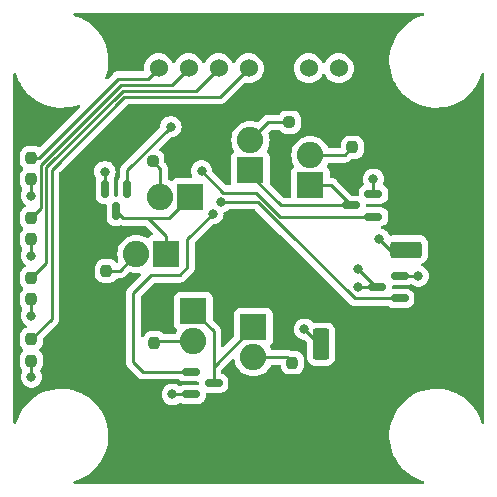
<source format=gbr>
%TF.GenerationSoftware,KiCad,Pcbnew,7.0.7*%
%TF.CreationDate,2023-11-05T11:25:06-06:00*%
%TF.ProjectId,LEDBreakout_Hardware,4c454442-7265-4616-9b6f-75745f486172,rev?*%
%TF.SameCoordinates,Original*%
%TF.FileFunction,Copper,L1,Top*%
%TF.FilePolarity,Positive*%
%FSLAX46Y46*%
G04 Gerber Fmt 4.6, Leading zero omitted, Abs format (unit mm)*
G04 Created by KiCad (PCBNEW 7.0.7) date 2023-11-05 11:25:06*
%MOMM*%
%LPD*%
G01*
G04 APERTURE LIST*
G04 Aperture macros list*
%AMRoundRect*
0 Rectangle with rounded corners*
0 $1 Rounding radius*
0 $2 $3 $4 $5 $6 $7 $8 $9 X,Y pos of 4 corners*
0 Add a 4 corners polygon primitive as box body*
4,1,4,$2,$3,$4,$5,$6,$7,$8,$9,$2,$3,0*
0 Add four circle primitives for the rounded corners*
1,1,$1+$1,$2,$3*
1,1,$1+$1,$4,$5*
1,1,$1+$1,$6,$7*
1,1,$1+$1,$8,$9*
0 Add four rect primitives between the rounded corners*
20,1,$1+$1,$2,$3,$4,$5,0*
20,1,$1+$1,$4,$5,$6,$7,0*
20,1,$1+$1,$6,$7,$8,$9,0*
20,1,$1+$1,$8,$9,$2,$3,0*%
G04 Aperture macros list end*
%TA.AperFunction,SMDPad,CuDef*%
%ADD10RoundRect,0.237500X-0.237500X0.250000X-0.237500X-0.250000X0.237500X-0.250000X0.237500X0.250000X0*%
%TD*%
%TA.AperFunction,SMDPad,CuDef*%
%ADD11RoundRect,0.237500X0.250000X0.237500X-0.250000X0.237500X-0.250000X-0.237500X0.250000X-0.237500X0*%
%TD*%
%TA.AperFunction,SMDPad,CuDef*%
%ADD12RoundRect,0.150000X0.587500X0.150000X-0.587500X0.150000X-0.587500X-0.150000X0.587500X-0.150000X0*%
%TD*%
%TA.AperFunction,SMDPad,CuDef*%
%ADD13RoundRect,0.249999X-1.075001X0.450001X-1.075001X-0.450001X1.075001X-0.450001X1.075001X0.450001X0*%
%TD*%
%TA.AperFunction,SMDPad,CuDef*%
%ADD14RoundRect,0.237500X0.237500X-0.250000X0.237500X0.250000X-0.237500X0.250000X-0.237500X-0.250000X0*%
%TD*%
%TA.AperFunction,SMDPad,CuDef*%
%ADD15RoundRect,0.150000X-0.587500X-0.150000X0.587500X-0.150000X0.587500X0.150000X-0.587500X0.150000X0*%
%TD*%
%TA.AperFunction,SMDPad,CuDef*%
%ADD16RoundRect,0.150000X-0.150000X0.587500X-0.150000X-0.587500X0.150000X-0.587500X0.150000X0.587500X0*%
%TD*%
%TA.AperFunction,ComponentPad*%
%ADD17C,1.524000*%
%TD*%
%TA.AperFunction,SMDPad,CuDef*%
%ADD18RoundRect,0.249999X0.450001X1.075001X-0.450001X1.075001X-0.450001X-1.075001X0.450001X-1.075001X0*%
%TD*%
%TA.AperFunction,ComponentPad*%
%ADD19R,2.240000X2.240000*%
%TD*%
%TA.AperFunction,ComponentPad*%
%ADD20O,2.240000X2.240000*%
%TD*%
%TA.AperFunction,ViaPad*%
%ADD21C,0.800000*%
%TD*%
%TA.AperFunction,Conductor*%
%ADD22C,0.254000*%
%TD*%
%TA.AperFunction,Conductor*%
%ADD23C,0.250000*%
%TD*%
G04 APERTURE END LIST*
D10*
%TO.P,R9,1*%
%TO.N,530nm*%
X66040000Y-71731500D03*
%TO.P,R9,2*%
%TO.N,GND*%
X66040000Y-73556500D03*
%TD*%
%TO.P,R11,1*%
%TO.N,465nm*%
X66040000Y-81891500D03*
%TO.P,R11,2*%
%TO.N,GND*%
X66040000Y-83716500D03*
%TD*%
%TO.P,R12,1*%
%TO.N,400nm*%
X66040000Y-87075000D03*
%TO.P,R12,2*%
%TO.N,GND*%
X66040000Y-88900000D03*
%TD*%
D11*
%TO.P,R1,1*%
%TO.N,+5V*%
X89722000Y-68707000D03*
%TO.P,R1,2*%
%TO.N,Net-(D1-A)*%
X87897000Y-68707000D03*
%TD*%
D12*
%TO.P,Q1,1,G*%
%TO.N,530nm*%
X95009000Y-76703000D03*
%TO.P,Q1,2,S*%
%TO.N,GND*%
X95009000Y-74803000D03*
%TO.P,Q1,3,D*%
%TO.N,Net-(D1-K)*%
X93134000Y-75753000D03*
%TD*%
D13*
%TO.P,R8,1*%
%TO.N,+5V*%
X97803000Y-74689000D03*
%TO.P,R8,2*%
%TO.N,Net-(D8-A)*%
X97803000Y-79489000D03*
%TD*%
D14*
%TO.P,R2,1*%
%TO.N,+5V*%
X93231000Y-72667500D03*
%TO.P,R2,2*%
%TO.N,Net-(D2-A)*%
X93231000Y-70842500D03*
%TD*%
D10*
%TO.P,R5,1*%
%TO.N,+5V*%
X76467000Y-85574500D03*
%TO.P,R5,2*%
%TO.N,Net-(D5-A)*%
X76467000Y-87399500D03*
%TD*%
%TO.P,R4,1*%
%TO.N,+5V*%
X72403000Y-79478500D03*
%TO.P,R4,2*%
%TO.N,Net-(D4-A)*%
X72403000Y-81303500D03*
%TD*%
D12*
%TO.P,Q4,1,G*%
%TO.N,400nm*%
X97216500Y-83627000D03*
%TO.P,Q4,2,S*%
%TO.N,GND*%
X97216500Y-81727000D03*
%TO.P,Q4,3,D*%
%TO.N,Net-(D7-K)*%
X95341500Y-82677000D03*
%TD*%
D15*
%TO.P,Q3,1,G*%
%TO.N,465nm*%
X79593500Y-89855000D03*
%TO.P,Q3,2,S*%
%TO.N,GND*%
X79593500Y-91755000D03*
%TO.P,Q3,3,D*%
%TO.N,Net-(D5-K)*%
X81468500Y-90805000D03*
%TD*%
D16*
%TO.P,Q2,1,G*%
%TO.N,522nm*%
X74181000Y-74373500D03*
%TO.P,Q2,2,S*%
%TO.N,GND*%
X72281000Y-74373500D03*
%TO.P,Q2,3,D*%
%TO.N,Net-(D3-K)*%
X73231000Y-76248500D03*
%TD*%
D10*
%TO.P,R6,1*%
%TO.N,+5V*%
X88151000Y-87249000D03*
%TO.P,R6,2*%
%TO.N,Net-(D6-A)*%
X88151000Y-89074000D03*
%TD*%
D17*
%TO.P,Conn1,1*%
%TO.N,530nm*%
X76835000Y-64135000D03*
%TO.P,Conn1,2*%
%TO.N,522nm*%
X79375000Y-64135000D03*
%TO.P,Conn1,3*%
%TO.N,465nm*%
X81915000Y-64135000D03*
%TO.P,Conn1,4*%
%TO.N,400nm*%
X84455000Y-64135000D03*
%TO.P,Conn1,5*%
%TO.N,+5V*%
X86995000Y-64135000D03*
%TO.P,Conn1,6*%
%TO.N,GND*%
X89535000Y-64135000D03*
%TO.P,Conn1,7*%
X92075000Y-64135000D03*
%TD*%
D11*
%TO.P,R3,1*%
%TO.N,+5V*%
X78141500Y-72009000D03*
%TO.P,R3,2*%
%TO.N,Net-(D3-A)*%
X76316500Y-72009000D03*
%TD*%
D18*
%TO.P,R7,1*%
%TO.N,+5V*%
X95377000Y-87503000D03*
%TO.P,R7,2*%
%TO.N,Net-(D7-A)*%
X90577000Y-87503000D03*
%TD*%
D10*
%TO.P,R10,1*%
%TO.N,522nm*%
X66040000Y-76811500D03*
%TO.P,R10,2*%
%TO.N,GND*%
X66040000Y-78636500D03*
%TD*%
D19*
%TO.P,D1,1,K*%
%TO.N,Net-(D1-K)*%
X84595000Y-72771000D03*
D20*
%TO.P,D1,2,A*%
%TO.N,Net-(D1-A)*%
X84595000Y-70231000D03*
%TD*%
D19*
%TO.P,D5,1,K*%
%TO.N,Net-(D5-K)*%
X79769000Y-84709000D03*
D20*
%TO.P,D5,2,A*%
%TO.N,Net-(D5-A)*%
X79769000Y-87249000D03*
%TD*%
D19*
%TO.P,D2,1,K*%
%TO.N,Net-(D1-K)*%
X89675000Y-74041000D03*
D20*
%TO.P,D2,2,A*%
%TO.N,Net-(D2-A)*%
X89675000Y-71501000D03*
%TD*%
D19*
%TO.P,D3,1,K*%
%TO.N,Net-(D3-K)*%
X79515000Y-75057000D03*
D20*
%TO.P,D3,2,A*%
%TO.N,Net-(D3-A)*%
X76975000Y-75057000D03*
%TD*%
D19*
%TO.P,D6,1,K*%
%TO.N,Net-(D5-K)*%
X84849000Y-86065000D03*
D20*
%TO.P,D6,2,A*%
%TO.N,Net-(D6-A)*%
X84849000Y-88605000D03*
%TD*%
D19*
%TO.P,D4,1,K*%
%TO.N,Net-(D3-K)*%
X77483000Y-79883000D03*
D20*
%TO.P,D4,2,A*%
%TO.N,Net-(D4-A)*%
X74943000Y-79883000D03*
%TD*%
D21*
%TO.N,400nm*%
X82133500Y-75438000D03*
%TO.N,530nm*%
X80454500Y-72834500D03*
%TO.N,465nm*%
X81407000Y-76454000D03*
%TO.N,GND*%
X66040000Y-74930000D03*
X98806000Y-81727000D03*
X66040000Y-90273500D03*
X66040000Y-85090000D03*
X77991000Y-91755000D03*
X95009000Y-73533000D03*
X66040000Y-80010000D03*
X72263000Y-72898000D03*
%TO.N,Net-(D7-K)*%
X93739000Y-81153000D03*
X93739000Y-82677000D03*
%TO.N,522nm*%
X77851000Y-69088000D03*
%TO.N,Net-(D7-A)*%
X89167000Y-86233000D03*
%TO.N,Net-(D8-A)*%
X95517000Y-78613000D03*
%TD*%
D22*
%TO.N,522nm*%
X66842000Y-76009500D02*
X66040000Y-76811500D01*
X66842000Y-72350000D02*
X66842000Y-76009500D01*
X69545000Y-69647000D02*
X66842000Y-72350000D01*
%TO.N,400nm*%
X85209948Y-75438000D02*
X82133500Y-75438000D01*
X87622948Y-77851000D02*
X85209948Y-75438000D01*
X87630000Y-77851000D02*
X87622948Y-77851000D01*
%TO.N,465nm*%
X75517000Y-89855000D02*
X79593500Y-89855000D01*
X74689000Y-89027000D02*
X75517000Y-89855000D01*
X74689000Y-83185000D02*
X74689000Y-89027000D01*
X76213000Y-81661000D02*
X74689000Y-83185000D01*
X78599000Y-81661000D02*
X76213000Y-81661000D01*
X79261000Y-80999000D02*
X78599000Y-81661000D01*
X79261000Y-78600000D02*
X79261000Y-80999000D01*
X81407000Y-76454000D02*
X79261000Y-78600000D01*
%TO.N,530nm*%
X82296000Y-74676000D02*
X85090000Y-74676000D01*
X87117000Y-76703000D02*
X95009000Y-76703000D01*
X80454500Y-72834500D02*
X82296000Y-74676000D01*
X85090000Y-74676000D02*
X87117000Y-76703000D01*
%TO.N,522nm*%
X74181000Y-72758000D02*
X74181000Y-74373500D01*
X77851000Y-69088000D02*
X74181000Y-72758000D01*
%TO.N,400nm*%
X93406000Y-83627000D02*
X87630000Y-77851000D01*
X97216500Y-83627000D02*
X93406000Y-83627000D01*
D23*
%TO.N,GND*%
X98806000Y-81727000D02*
X97216500Y-81727000D01*
X72263000Y-72898000D02*
X72281000Y-72916000D01*
X72281000Y-72916000D02*
X72281000Y-74373500D01*
D22*
%TO.N,400nm*%
X67750000Y-85365000D02*
X66040000Y-87075000D01*
X67750000Y-72726104D02*
X67750000Y-85365000D01*
X82042000Y-66548000D02*
X73928104Y-66548000D01*
X84455000Y-64135000D02*
X82042000Y-66548000D01*
X73928104Y-66548000D02*
X67750000Y-72726104D01*
%TO.N,465nm*%
X67296000Y-80635500D02*
X66040000Y-81891500D01*
X67296000Y-72538052D02*
X67296000Y-80635500D01*
X80010000Y-66040000D02*
X73794052Y-66040000D01*
X73794052Y-66040000D02*
X67296000Y-72538052D01*
X81915000Y-64135000D02*
X80010000Y-66040000D01*
%TO.N,522nm*%
X69596000Y-69596000D02*
X73660000Y-65532000D01*
X69545000Y-69647000D02*
X69596000Y-69596000D01*
%TO.N,530nm*%
X66698500Y-71731500D02*
X66040000Y-71731500D01*
X73406000Y-65024000D02*
X66698500Y-71731500D01*
X75946000Y-65024000D02*
X73406000Y-65024000D01*
X76835000Y-64135000D02*
X75946000Y-65024000D01*
%TO.N,522nm*%
X73660000Y-65532000D02*
X77978000Y-65532000D01*
X77978000Y-65532000D02*
X79375000Y-64135000D01*
%TO.N,Net-(D3-K)*%
X77483000Y-78359000D02*
X77483000Y-79883000D01*
X75959000Y-76835000D02*
X77229000Y-76835000D01*
X73817500Y-76835000D02*
X75959000Y-76835000D01*
X75959000Y-76835000D02*
X77483000Y-78359000D01*
X77737000Y-76835000D02*
X77229000Y-76835000D01*
X79515000Y-75057000D02*
X77737000Y-76835000D01*
X73231000Y-76248500D02*
X73817500Y-76835000D01*
%TO.N,Net-(D7-K)*%
X93739000Y-82677000D02*
X95341500Y-82677000D01*
D23*
%TO.N,GND*%
X77991000Y-91755000D02*
X79593500Y-91755000D01*
X95009000Y-73533000D02*
X95009000Y-74803000D01*
D22*
%TO.N,Net-(D1-A)*%
X84595000Y-70231000D02*
X86119000Y-68707000D01*
X86119000Y-68707000D02*
X87897000Y-68707000D01*
D23*
%TO.N,GND*%
X66040000Y-78636500D02*
X66040000Y-80010000D01*
X66040000Y-88900000D02*
X66040000Y-90273500D01*
X66040000Y-83716500D02*
X66040000Y-85090000D01*
X66040000Y-73556500D02*
X66040000Y-74930000D01*
D22*
%TO.N,Net-(D1-K)*%
X93134000Y-75753000D02*
X87196000Y-75753000D01*
X91422000Y-74041000D02*
X89675000Y-74041000D01*
X84595000Y-73152000D02*
X84595000Y-72771000D01*
X87196000Y-75753000D02*
X84595000Y-73152000D01*
X93134000Y-75753000D02*
X91422000Y-74041000D01*
%TO.N,Net-(D3-A)*%
X76975000Y-72667500D02*
X76316500Y-72009000D01*
X76975000Y-75057000D02*
X76975000Y-72667500D01*
%TO.N,Net-(D5-K)*%
X81468500Y-89445500D02*
X81468500Y-90805000D01*
X81468500Y-90805000D02*
X81468500Y-86408500D01*
X81468500Y-86408500D02*
X79769000Y-84709000D01*
X84849000Y-86065000D02*
X81468500Y-89445500D01*
%TO.N,Net-(D4-A)*%
X72403000Y-81303500D02*
X73522500Y-81303500D01*
X73522500Y-81303500D02*
X74943000Y-79883000D01*
%TO.N,Net-(D7-K)*%
X95341500Y-82677000D02*
X95263000Y-82677000D01*
X93739000Y-81153000D02*
X93767000Y-81181000D01*
X95263000Y-82677000D02*
X93739000Y-81153000D01*
%TO.N,Net-(D5-A)*%
X76467000Y-87399500D02*
X76617500Y-87249000D01*
X76617500Y-87249000D02*
X79769000Y-87249000D01*
%TO.N,Net-(D2-A)*%
X93231000Y-70842500D02*
X92572500Y-71501000D01*
X92572500Y-71501000D02*
X89675000Y-71501000D01*
%TO.N,Net-(D6-A)*%
X84849000Y-88605000D02*
X87682000Y-88605000D01*
X87682000Y-88605000D02*
X88151000Y-89074000D01*
D23*
%TO.N,Net-(D7-A)*%
X90437000Y-87503000D02*
X89167000Y-86233000D01*
X90577000Y-87503000D02*
X90437000Y-87503000D01*
%TO.N,Net-(D8-A)*%
X97803000Y-79489000D02*
X96393000Y-79489000D01*
X96393000Y-79489000D02*
X95517000Y-78613000D01*
%TD*%
%TA.AperFunction,Conductor*%
%TO.N,+5V*%
G36*
X99262238Y-59456185D02*
G01*
X99307993Y-59508989D01*
X99317937Y-59578147D01*
X99288912Y-59641703D01*
X99230134Y-59679477D01*
X99225797Y-59680666D01*
X99157272Y-59698114D01*
X98784549Y-59833774D01*
X98427191Y-60005869D01*
X98088753Y-60212684D01*
X98088742Y-60212692D01*
X97772575Y-60452180D01*
X97772572Y-60452182D01*
X97481813Y-60721968D01*
X97219365Y-61019359D01*
X96987839Y-61341393D01*
X96987826Y-61341413D01*
X96789516Y-61684896D01*
X96626382Y-62046437D01*
X96500059Y-62422419D01*
X96411799Y-62809111D01*
X96362478Y-63202681D01*
X96352590Y-63599173D01*
X96352590Y-63599187D01*
X96382230Y-63994711D01*
X96382231Y-63994724D01*
X96451108Y-64385339D01*
X96558530Y-64767137D01*
X96558534Y-64767151D01*
X96703435Y-65136353D01*
X96703440Y-65136365D01*
X96884386Y-65489314D01*
X96884397Y-65489333D01*
X96942870Y-65579867D01*
X97099586Y-65822509D01*
X97225691Y-65980640D01*
X97346895Y-66132625D01*
X97623823Y-66416544D01*
X97623833Y-66416554D01*
X97927676Y-66671508D01*
X98255394Y-66894942D01*
X98603730Y-67084636D01*
X98969223Y-67238704D01*
X98969232Y-67238706D01*
X98969238Y-67238709D01*
X99348235Y-67355614D01*
X99348248Y-67355617D01*
X99657575Y-67418149D01*
X99737014Y-67434208D01*
X100075300Y-67468058D01*
X100131680Y-67473700D01*
X100131681Y-67473700D01*
X100429103Y-67473700D01*
X100627130Y-67463816D01*
X100726145Y-67458875D01*
X101118353Y-67399759D01*
X101502726Y-67301886D01*
X101875445Y-67166228D01*
X102232803Y-66994133D01*
X102274395Y-66968717D01*
X102571246Y-66787315D01*
X102571245Y-66787315D01*
X102571251Y-66787312D01*
X102887424Y-66547820D01*
X103178181Y-66278037D01*
X103440631Y-65980645D01*
X103672166Y-65658600D01*
X103870485Y-65315101D01*
X104033617Y-64953563D01*
X104151957Y-64601340D01*
X104191968Y-64544061D01*
X104256594Y-64517506D01*
X104325318Y-64530107D01*
X104376321Y-64577862D01*
X104393500Y-64640833D01*
X104393500Y-94122243D01*
X104373815Y-94189282D01*
X104321011Y-94235037D01*
X104251853Y-94244981D01*
X104188297Y-94215956D01*
X104150523Y-94157178D01*
X104150135Y-94155827D01*
X104101469Y-93982862D01*
X104101465Y-93982848D01*
X103956564Y-93613646D01*
X103956559Y-93613634D01*
X103775613Y-93260685D01*
X103775609Y-93260677D01*
X103560414Y-92927491D01*
X103313114Y-92617386D01*
X103313111Y-92617383D01*
X103313104Y-92617374D01*
X103036176Y-92333455D01*
X103036173Y-92333452D01*
X103036172Y-92333451D01*
X103036167Y-92333446D01*
X102732324Y-92078492D01*
X102574213Y-91970694D01*
X102404605Y-91855057D01*
X102288494Y-91791826D01*
X102056270Y-91665364D01*
X102056262Y-91665360D01*
X102056259Y-91665359D01*
X101690777Y-91511296D01*
X101690761Y-91511290D01*
X101311764Y-91394385D01*
X101311751Y-91394382D01*
X100923000Y-91315794D01*
X100922979Y-91315791D01*
X100528320Y-91276300D01*
X100528319Y-91276300D01*
X100230899Y-91276300D01*
X100230897Y-91276300D01*
X99933855Y-91291124D01*
X99541647Y-91350241D01*
X99157272Y-91448114D01*
X98784549Y-91583774D01*
X98427191Y-91755869D01*
X98088753Y-91962684D01*
X98088742Y-91962692D01*
X97772575Y-92202180D01*
X97772572Y-92202182D01*
X97481813Y-92471968D01*
X97219365Y-92769359D01*
X96987839Y-93091393D01*
X96987826Y-93091413D01*
X96789516Y-93434896D01*
X96626382Y-93796437D01*
X96500059Y-94172419D01*
X96411799Y-94559111D01*
X96362478Y-94952681D01*
X96352590Y-95349173D01*
X96352590Y-95349187D01*
X96382230Y-95744711D01*
X96382231Y-95744724D01*
X96451108Y-96135339D01*
X96558530Y-96517137D01*
X96558534Y-96517151D01*
X96703435Y-96886353D01*
X96703440Y-96886365D01*
X96884386Y-97239314D01*
X96884391Y-97239323D01*
X97099586Y-97572509D01*
X97346886Y-97882614D01*
X97346895Y-97882625D01*
X97623823Y-98166544D01*
X97623833Y-98166554D01*
X97927676Y-98421508D01*
X98255394Y-98644942D01*
X98603730Y-98834636D01*
X98969223Y-98988704D01*
X98969232Y-98988706D01*
X98969238Y-98988709D01*
X99236048Y-99071009D01*
X99294307Y-99109579D01*
X99322464Y-99173524D01*
X99311581Y-99242541D01*
X99265113Y-99294717D01*
X99199498Y-99313500D01*
X69714801Y-99313500D01*
X69647762Y-99293815D01*
X69602007Y-99241011D01*
X69592063Y-99171853D01*
X69621088Y-99108297D01*
X69679866Y-99070523D01*
X69684203Y-99069334D01*
X69752726Y-99051886D01*
X70125445Y-98916228D01*
X70482803Y-98744133D01*
X70821251Y-98537312D01*
X71137424Y-98297820D01*
X71428181Y-98028037D01*
X71690631Y-97730645D01*
X71922166Y-97408600D01*
X72120485Y-97065101D01*
X72283617Y-96703563D01*
X72409941Y-96327578D01*
X72498201Y-95940885D01*
X72547521Y-95547325D01*
X72552462Y-95349173D01*
X72557409Y-95150826D01*
X72557409Y-95150810D01*
X72557409Y-95150809D01*
X72527769Y-94755280D01*
X72458893Y-94364668D01*
X72422420Y-94235037D01*
X72351469Y-93982862D01*
X72351465Y-93982848D01*
X72206564Y-93613646D01*
X72206559Y-93613634D01*
X72025613Y-93260685D01*
X72025609Y-93260677D01*
X71810414Y-92927491D01*
X71563114Y-92617386D01*
X71563111Y-92617383D01*
X71563104Y-92617374D01*
X71286176Y-92333455D01*
X71286173Y-92333452D01*
X71286172Y-92333451D01*
X71286167Y-92333446D01*
X70982324Y-92078492D01*
X70824213Y-91970694D01*
X70654605Y-91855057D01*
X70538494Y-91791826D01*
X70306270Y-91665364D01*
X70306262Y-91665360D01*
X70306259Y-91665359D01*
X69940777Y-91511296D01*
X69940761Y-91511290D01*
X69561764Y-91394385D01*
X69561751Y-91394382D01*
X69173000Y-91315794D01*
X69172979Y-91315791D01*
X68778320Y-91276300D01*
X68778319Y-91276300D01*
X68480899Y-91276300D01*
X68480897Y-91276300D01*
X68183855Y-91291124D01*
X67791647Y-91350241D01*
X67407272Y-91448114D01*
X67034549Y-91583774D01*
X66677191Y-91755869D01*
X66338753Y-91962684D01*
X66338742Y-91962692D01*
X66022575Y-92202180D01*
X66022572Y-92202182D01*
X65731813Y-92471968D01*
X65469365Y-92769359D01*
X65237839Y-93091393D01*
X65237826Y-93091413D01*
X65039516Y-93434896D01*
X64876382Y-93796437D01*
X64758043Y-94148658D01*
X64718032Y-94205938D01*
X64653406Y-94232493D01*
X64584682Y-94219892D01*
X64533679Y-94172137D01*
X64516500Y-94109166D01*
X64516500Y-79380681D01*
X64516499Y-64627752D01*
X64536184Y-64560717D01*
X64588988Y-64514962D01*
X64658146Y-64505018D01*
X64721702Y-64534043D01*
X64759476Y-64592821D01*
X64759864Y-64594171D01*
X64808531Y-64767142D01*
X64808534Y-64767151D01*
X64953435Y-65136353D01*
X64953440Y-65136365D01*
X65134386Y-65489314D01*
X65134397Y-65489333D01*
X65192870Y-65579867D01*
X65349586Y-65822509D01*
X65475691Y-65980640D01*
X65596895Y-66132625D01*
X65873823Y-66416544D01*
X65873833Y-66416554D01*
X66177676Y-66671508D01*
X66505394Y-66894942D01*
X66853730Y-67084636D01*
X67219223Y-67238704D01*
X67219232Y-67238706D01*
X67219238Y-67238709D01*
X67598235Y-67355614D01*
X67598248Y-67355617D01*
X67907575Y-67418149D01*
X67987014Y-67434208D01*
X68325299Y-67468058D01*
X68381680Y-67473700D01*
X68381681Y-67473700D01*
X68679103Y-67473700D01*
X68877130Y-67463816D01*
X68976145Y-67458875D01*
X69368353Y-67399759D01*
X69752726Y-67301886D01*
X69994340Y-67213945D01*
X70064067Y-67209515D01*
X70125123Y-67243485D01*
X70158120Y-67305072D01*
X70152583Y-67374722D01*
X70124430Y-67418149D01*
X66749273Y-70793306D01*
X66687950Y-70826791D01*
X66618258Y-70821807D01*
X66596498Y-70811165D01*
X66591516Y-70808092D01*
X66427753Y-70753826D01*
X66427751Y-70753825D01*
X66326678Y-70743500D01*
X65753330Y-70743500D01*
X65753312Y-70743501D01*
X65652247Y-70753825D01*
X65488484Y-70808092D01*
X65488481Y-70808093D01*
X65341648Y-70898661D01*
X65219661Y-71020648D01*
X65129093Y-71167481D01*
X65129091Y-71167486D01*
X65104151Y-71242751D01*
X65074826Y-71331247D01*
X65074826Y-71331248D01*
X65074825Y-71331248D01*
X65064500Y-71432315D01*
X65064500Y-72030669D01*
X65064501Y-72030687D01*
X65074825Y-72131752D01*
X65099114Y-72205049D01*
X65120855Y-72270660D01*
X65129092Y-72295515D01*
X65129093Y-72295518D01*
X65133267Y-72302285D01*
X65215769Y-72436042D01*
X65219661Y-72442351D01*
X65333629Y-72556319D01*
X65367114Y-72617642D01*
X65362130Y-72687334D01*
X65333629Y-72731681D01*
X65219661Y-72845648D01*
X65129093Y-72992481D01*
X65129091Y-72992486D01*
X65119061Y-73022756D01*
X65074826Y-73156247D01*
X65074826Y-73156248D01*
X65074825Y-73156248D01*
X65064500Y-73257315D01*
X65064500Y-73855669D01*
X65064501Y-73855687D01*
X65074825Y-73956752D01*
X65129092Y-74120515D01*
X65129093Y-74120518D01*
X65219661Y-74267351D01*
X65255789Y-74303479D01*
X65289274Y-74364802D01*
X65284290Y-74434494D01*
X65275496Y-74453159D01*
X65212820Y-74561718D01*
X65212818Y-74561722D01*
X65154327Y-74741740D01*
X65154326Y-74741744D01*
X65134540Y-74930000D01*
X65154326Y-75118256D01*
X65154327Y-75118259D01*
X65212818Y-75298277D01*
X65212821Y-75298284D01*
X65307467Y-75462216D01*
X65423507Y-75591091D01*
X65434129Y-75602888D01*
X65525269Y-75669105D01*
X65567935Y-75724435D01*
X65573914Y-75794048D01*
X65541308Y-75855843D01*
X65494958Y-75884895D01*
X65495027Y-75885042D01*
X65493844Y-75885593D01*
X65491401Y-75887125D01*
X65488490Y-75888089D01*
X65488481Y-75888093D01*
X65341648Y-75978661D01*
X65219661Y-76100648D01*
X65129093Y-76247481D01*
X65129091Y-76247484D01*
X65129092Y-76247484D01*
X65074826Y-76411247D01*
X65074826Y-76411248D01*
X65074825Y-76411248D01*
X65064500Y-76512315D01*
X65064500Y-77110669D01*
X65064501Y-77110687D01*
X65074825Y-77211752D01*
X65089394Y-77255717D01*
X65127622Y-77371081D01*
X65129092Y-77375515D01*
X65129093Y-77375518D01*
X65144392Y-77400322D01*
X65208033Y-77503500D01*
X65219661Y-77522351D01*
X65333629Y-77636319D01*
X65367114Y-77697642D01*
X65362130Y-77767334D01*
X65333629Y-77811681D01*
X65219661Y-77925648D01*
X65129093Y-78072481D01*
X65129091Y-78072486D01*
X65117553Y-78107305D01*
X65074826Y-78236247D01*
X65074826Y-78236248D01*
X65074825Y-78236248D01*
X65064500Y-78337315D01*
X65064500Y-78935669D01*
X65064501Y-78935687D01*
X65074825Y-79036752D01*
X65129092Y-79200515D01*
X65129093Y-79200518D01*
X65219661Y-79347351D01*
X65255789Y-79383479D01*
X65289274Y-79444802D01*
X65284290Y-79514494D01*
X65275496Y-79533159D01*
X65212820Y-79641718D01*
X65212818Y-79641722D01*
X65154327Y-79821740D01*
X65154326Y-79821744D01*
X65134540Y-80010000D01*
X65154326Y-80198256D01*
X65154327Y-80198259D01*
X65212818Y-80378277D01*
X65212821Y-80378284D01*
X65307467Y-80542216D01*
X65402309Y-80647548D01*
X65434129Y-80682888D01*
X65525269Y-80749105D01*
X65567935Y-80804435D01*
X65573914Y-80874048D01*
X65541308Y-80935843D01*
X65494958Y-80964895D01*
X65495027Y-80965042D01*
X65493844Y-80965593D01*
X65491401Y-80967125D01*
X65488490Y-80968089D01*
X65488481Y-80968093D01*
X65341648Y-81058661D01*
X65219661Y-81180648D01*
X65129093Y-81327481D01*
X65129091Y-81327486D01*
X65114750Y-81370766D01*
X65074826Y-81491247D01*
X65074826Y-81491248D01*
X65074825Y-81491248D01*
X65064500Y-81592315D01*
X65064500Y-82190669D01*
X65064501Y-82190687D01*
X65074825Y-82291752D01*
X65085783Y-82324819D01*
X65129092Y-82455516D01*
X65210896Y-82588142D01*
X65219661Y-82602351D01*
X65333629Y-82716319D01*
X65367114Y-82777642D01*
X65362130Y-82847334D01*
X65333629Y-82891681D01*
X65219661Y-83005648D01*
X65129093Y-83152481D01*
X65129091Y-83152486D01*
X65109477Y-83211677D01*
X65074826Y-83316247D01*
X65074826Y-83316248D01*
X65074825Y-83316248D01*
X65064500Y-83417315D01*
X65064500Y-84015669D01*
X65064501Y-84015687D01*
X65074825Y-84116752D01*
X65129092Y-84280515D01*
X65129093Y-84280518D01*
X65219661Y-84427351D01*
X65255789Y-84463479D01*
X65289274Y-84524802D01*
X65284290Y-84594494D01*
X65275496Y-84613159D01*
X65212820Y-84721718D01*
X65212818Y-84721722D01*
X65154327Y-84901740D01*
X65154326Y-84901744D01*
X65134540Y-85090000D01*
X65154326Y-85278256D01*
X65154327Y-85278259D01*
X65212818Y-85458277D01*
X65212821Y-85458284D01*
X65307467Y-85622216D01*
X65416388Y-85743185D01*
X65434129Y-85762888D01*
X65587265Y-85874148D01*
X65587267Y-85874149D01*
X65587270Y-85874151D01*
X65609816Y-85884189D01*
X65663052Y-85929439D01*
X65683374Y-85996288D01*
X65664329Y-86063511D01*
X65611963Y-86109767D01*
X65598385Y-86115174D01*
X65488484Y-86151592D01*
X65488481Y-86151593D01*
X65341648Y-86242161D01*
X65219661Y-86364148D01*
X65129093Y-86510981D01*
X65129091Y-86510986D01*
X65117836Y-86544951D01*
X65074826Y-86674747D01*
X65074826Y-86674748D01*
X65074825Y-86674748D01*
X65064500Y-86775815D01*
X65064500Y-87374169D01*
X65064501Y-87374187D01*
X65074825Y-87475252D01*
X65097124Y-87542544D01*
X65129092Y-87639016D01*
X65219660Y-87785850D01*
X65333631Y-87899821D01*
X65367114Y-87961140D01*
X65362130Y-88030832D01*
X65333630Y-88075180D01*
X65219659Y-88189151D01*
X65129093Y-88335981D01*
X65129091Y-88335986D01*
X65112021Y-88387500D01*
X65074826Y-88499747D01*
X65074826Y-88499748D01*
X65074825Y-88499748D01*
X65064500Y-88600815D01*
X65064500Y-89199169D01*
X65064501Y-89199187D01*
X65074825Y-89300252D01*
X65097782Y-89369529D01*
X65127750Y-89459967D01*
X65129092Y-89464015D01*
X65129093Y-89464018D01*
X65135406Y-89474253D01*
X65188575Y-89560454D01*
X65219661Y-89610851D01*
X65255789Y-89646979D01*
X65289274Y-89708302D01*
X65284290Y-89777994D01*
X65275496Y-89796659D01*
X65234569Y-89867547D01*
X65218072Y-89896122D01*
X65212820Y-89905218D01*
X65212818Y-89905222D01*
X65161878Y-90062000D01*
X65154326Y-90085244D01*
X65134540Y-90273500D01*
X65154326Y-90461756D01*
X65154327Y-90461759D01*
X65212818Y-90641777D01*
X65212821Y-90641784D01*
X65307467Y-90805716D01*
X65386828Y-90893855D01*
X65434129Y-90946388D01*
X65587265Y-91057648D01*
X65587270Y-91057651D01*
X65760192Y-91134642D01*
X65760197Y-91134644D01*
X65945354Y-91174000D01*
X65945355Y-91174000D01*
X66134644Y-91174000D01*
X66134646Y-91174000D01*
X66319803Y-91134644D01*
X66492730Y-91057651D01*
X66645871Y-90946388D01*
X66772533Y-90805716D01*
X66867179Y-90641784D01*
X66925674Y-90461756D01*
X66945460Y-90273500D01*
X66925674Y-90085244D01*
X66867179Y-89905216D01*
X66804503Y-89796659D01*
X66788031Y-89728760D01*
X66810884Y-89662733D01*
X66824208Y-89646981D01*
X66860340Y-89610850D01*
X66950908Y-89464016D01*
X67005174Y-89300253D01*
X67015500Y-89199177D01*
X67015499Y-88600824D01*
X67011744Y-88564069D01*
X67005174Y-88499747D01*
X66993502Y-88464524D01*
X66950908Y-88335984D01*
X66860340Y-88189150D01*
X66746370Y-88075180D01*
X66712886Y-88013858D01*
X66717870Y-87944166D01*
X66746371Y-87899819D01*
X66779159Y-87867031D01*
X66860340Y-87785850D01*
X66950908Y-87639016D01*
X67005174Y-87475253D01*
X67015500Y-87374177D01*
X67015499Y-87038279D01*
X67035183Y-86971241D01*
X67051813Y-86950604D01*
X68135043Y-85867374D01*
X68147325Y-85857537D01*
X68147144Y-85857318D01*
X68153152Y-85852346D01*
X68153162Y-85852340D01*
X68200677Y-85801741D01*
X68221623Y-85780796D01*
X68225892Y-85775290D01*
X68229676Y-85770859D01*
X68261693Y-85736767D01*
X68271389Y-85719128D01*
X68282073Y-85702861D01*
X68294408Y-85686962D01*
X68312978Y-85644046D01*
X68315534Y-85638827D01*
X68338072Y-85597834D01*
X68343081Y-85578322D01*
X68349378Y-85559932D01*
X68357373Y-85541459D01*
X68364689Y-85495257D01*
X68365864Y-85489583D01*
X68377500Y-85444272D01*
X68377500Y-85424140D01*
X68379027Y-85404741D01*
X68381248Y-85390717D01*
X68382175Y-85384867D01*
X68377775Y-85338321D01*
X68377500Y-85332483D01*
X68377500Y-73037385D01*
X68397185Y-72970346D01*
X68413819Y-72949704D01*
X68465523Y-72898000D01*
X71357540Y-72898000D01*
X71377326Y-73086256D01*
X71377327Y-73086259D01*
X71435818Y-73266277D01*
X71435821Y-73266284D01*
X71522185Y-73415871D01*
X71538658Y-73483771D01*
X71530738Y-73517909D01*
X71531432Y-73518111D01*
X71483402Y-73683426D01*
X71483401Y-73683432D01*
X71480500Y-73720304D01*
X71480500Y-75026696D01*
X71483401Y-75063567D01*
X71483402Y-75063573D01*
X71529254Y-75221393D01*
X71529255Y-75221396D01*
X71612917Y-75362862D01*
X71612923Y-75362870D01*
X71729129Y-75479076D01*
X71729133Y-75479079D01*
X71729135Y-75479081D01*
X71870602Y-75562744D01*
X71912224Y-75574836D01*
X72028426Y-75608597D01*
X72028429Y-75608597D01*
X72028431Y-75608598D01*
X72040722Y-75609565D01*
X72065304Y-75611500D01*
X72065306Y-75611500D01*
X72306500Y-75611500D01*
X72373539Y-75631185D01*
X72419294Y-75683989D01*
X72430500Y-75735500D01*
X72430500Y-76901696D01*
X72433401Y-76938567D01*
X72433402Y-76938573D01*
X72479254Y-77096393D01*
X72479255Y-77096396D01*
X72479256Y-77096398D01*
X72489307Y-77113393D01*
X72562917Y-77237862D01*
X72562923Y-77237870D01*
X72679129Y-77354076D01*
X72679133Y-77354079D01*
X72679135Y-77354081D01*
X72820602Y-77437744D01*
X72857655Y-77448509D01*
X72978426Y-77483597D01*
X72978429Y-77483597D01*
X72978431Y-77483598D01*
X72990722Y-77484565D01*
X73015304Y-77486500D01*
X73015306Y-77486500D01*
X73446696Y-77486500D01*
X73465131Y-77485049D01*
X73483569Y-77483598D01*
X73604343Y-77448508D01*
X73658329Y-77445111D01*
X73687236Y-77449689D01*
X73692914Y-77450865D01*
X73738228Y-77462500D01*
X73758364Y-77462500D01*
X73777763Y-77464027D01*
X73797633Y-77467174D01*
X73844171Y-77462774D01*
X73850008Y-77462500D01*
X75647719Y-77462500D01*
X75714758Y-77482185D01*
X75735400Y-77498819D01*
X76301148Y-78064567D01*
X76334633Y-78125890D01*
X76329649Y-78195582D01*
X76287777Y-78251515D01*
X76256800Y-78268430D01*
X76120671Y-78319202D01*
X76120664Y-78319206D01*
X76005455Y-78405452D01*
X75956136Y-78471334D01*
X75900202Y-78513204D01*
X75830510Y-78518188D01*
X75792080Y-78502749D01*
X75680966Y-78434658D01*
X75680963Y-78434656D01*
X75445318Y-78337049D01*
X75445301Y-78337044D01*
X75197289Y-78277502D01*
X74943000Y-78257489D01*
X74688710Y-78277502D01*
X74440698Y-78337044D01*
X74440681Y-78337049D01*
X74205036Y-78434656D01*
X74205033Y-78434658D01*
X73987554Y-78567930D01*
X73987545Y-78567936D01*
X73793592Y-78733587D01*
X73793587Y-78733592D01*
X73627936Y-78927545D01*
X73627930Y-78927554D01*
X73494658Y-79145033D01*
X73494656Y-79145036D01*
X73397049Y-79380681D01*
X73397044Y-79380698D01*
X73337502Y-79628710D01*
X73317489Y-79883000D01*
X73337502Y-80137289D01*
X73397046Y-80385310D01*
X73411096Y-80419229D01*
X73418565Y-80488699D01*
X73387290Y-80551178D01*
X73384216Y-80554363D01*
X73372316Y-80566263D01*
X73310993Y-80599748D01*
X73241301Y-80594764D01*
X73196954Y-80566264D01*
X73162400Y-80531710D01*
X73101350Y-80470660D01*
X72999204Y-80407656D01*
X72954518Y-80380093D01*
X72954513Y-80380091D01*
X72920584Y-80368848D01*
X72790753Y-80325826D01*
X72790751Y-80325825D01*
X72689678Y-80315500D01*
X72116330Y-80315500D01*
X72116312Y-80315501D01*
X72015247Y-80325825D01*
X71851484Y-80380092D01*
X71851481Y-80380093D01*
X71704648Y-80470661D01*
X71582661Y-80592648D01*
X71492093Y-80739481D01*
X71492091Y-80739486D01*
X71473977Y-80794151D01*
X71437826Y-80903247D01*
X71437826Y-80903248D01*
X71437825Y-80903248D01*
X71427500Y-81004315D01*
X71427500Y-81602669D01*
X71427501Y-81602687D01*
X71437825Y-81703752D01*
X71470852Y-81803419D01*
X71491310Y-81865157D01*
X71492092Y-81867515D01*
X71492093Y-81867518D01*
X71495922Y-81873725D01*
X71582660Y-82014350D01*
X71704650Y-82136340D01*
X71851484Y-82226908D01*
X72015247Y-82281174D01*
X72116323Y-82291500D01*
X72689676Y-82291499D01*
X72689684Y-82291498D01*
X72689687Y-82291498D01*
X72746455Y-82285699D01*
X72790753Y-82281174D01*
X72954516Y-82226908D01*
X73101350Y-82136340D01*
X73223340Y-82014350D01*
X73238417Y-81989905D01*
X73290365Y-81943179D01*
X73343957Y-81931000D01*
X73439533Y-81931000D01*
X73455181Y-81932727D01*
X73455208Y-81932446D01*
X73462975Y-81933180D01*
X73462976Y-81933179D01*
X73462977Y-81933180D01*
X73532360Y-81931000D01*
X73561976Y-81931000D01*
X73568878Y-81930127D01*
X73574690Y-81929669D01*
X73621443Y-81928201D01*
X73640772Y-81922584D01*
X73659828Y-81918637D01*
X73679793Y-81916116D01*
X73723270Y-81898901D01*
X73728776Y-81897016D01*
X73773691Y-81883968D01*
X73791015Y-81873721D01*
X73808483Y-81865163D01*
X73827203Y-81857753D01*
X73865042Y-81830259D01*
X73869891Y-81827074D01*
X73910156Y-81803263D01*
X73924397Y-81789020D01*
X73939178Y-81776397D01*
X73955467Y-81764563D01*
X73955469Y-81764559D01*
X73955471Y-81764559D01*
X73967345Y-81750203D01*
X73985276Y-81728528D01*
X73989189Y-81724228D01*
X74271637Y-81441780D01*
X74332958Y-81408297D01*
X74402650Y-81413281D01*
X74406708Y-81414877D01*
X74440689Y-81428953D01*
X74688714Y-81488498D01*
X74943000Y-81508511D01*
X75188700Y-81489173D01*
X75257074Y-81503537D01*
X75306831Y-81552588D01*
X75322170Y-81620753D01*
X75298221Y-81686390D01*
X75286107Y-81700472D01*
X74303953Y-82682626D01*
X74291669Y-82692469D01*
X74291849Y-82692687D01*
X74285838Y-82697659D01*
X74238322Y-82748258D01*
X74217375Y-82769205D01*
X74213106Y-82774709D01*
X74209315Y-82779147D01*
X74177308Y-82813230D01*
X74177305Y-82813234D01*
X74167606Y-82830877D01*
X74156928Y-82847133D01*
X74144594Y-82863034D01*
X74144589Y-82863042D01*
X74126025Y-82905943D01*
X74123454Y-82911191D01*
X74100927Y-82952167D01*
X74095920Y-82971668D01*
X74089621Y-82990064D01*
X74088161Y-82993440D01*
X74081625Y-83008544D01*
X74081624Y-83008546D01*
X74074312Y-83054716D01*
X74073127Y-83060438D01*
X74061500Y-83105723D01*
X74061500Y-83125858D01*
X74059973Y-83145257D01*
X74056825Y-83165131D01*
X74061225Y-83211677D01*
X74061500Y-83217515D01*
X74061500Y-88944032D01*
X74059772Y-88959681D01*
X74060054Y-88959708D01*
X74059319Y-88967475D01*
X74061500Y-89036859D01*
X74061500Y-89066477D01*
X74062371Y-89073380D01*
X74062829Y-89079199D01*
X74064298Y-89125942D01*
X74069916Y-89145275D01*
X74073862Y-89164329D01*
X74076383Y-89184287D01*
X74076386Y-89184299D01*
X74093595Y-89227765D01*
X74095487Y-89233293D01*
X74108530Y-89278187D01*
X74108530Y-89278188D01*
X74118777Y-89295515D01*
X74127335Y-89312985D01*
X74134745Y-89331701D01*
X74162229Y-89369529D01*
X74165437Y-89374413D01*
X74189234Y-89414652D01*
X74189240Y-89414660D01*
X74203469Y-89428888D01*
X74216106Y-89443684D01*
X74219778Y-89448738D01*
X74227934Y-89459964D01*
X74227936Y-89459965D01*
X74227937Y-89459967D01*
X74245205Y-89474252D01*
X74263957Y-89489765D01*
X74268268Y-89493687D01*
X74670703Y-89896122D01*
X75014624Y-90240043D01*
X75024471Y-90252333D01*
X75024689Y-90252154D01*
X75029657Y-90258160D01*
X75080257Y-90305677D01*
X75101201Y-90326620D01*
X75101207Y-90326626D01*
X75106697Y-90330883D01*
X75111148Y-90334684D01*
X75145235Y-90366695D01*
X75145237Y-90366696D01*
X75162867Y-90376387D01*
X75179135Y-90387072D01*
X75195038Y-90399408D01*
X75237945Y-90417975D01*
X75243181Y-90420539D01*
X75268089Y-90434233D01*
X75284158Y-90443068D01*
X75284160Y-90443069D01*
X75284166Y-90443072D01*
X75303240Y-90447969D01*
X75303660Y-90448077D01*
X75322064Y-90454377D01*
X75340542Y-90462374D01*
X75384038Y-90469262D01*
X75386724Y-90469688D01*
X75392429Y-90470869D01*
X75437728Y-90482500D01*
X75457858Y-90482500D01*
X75477257Y-90484027D01*
X75497133Y-90487175D01*
X75539779Y-90483143D01*
X75543679Y-90482775D01*
X75549517Y-90482500D01*
X78512191Y-90482500D01*
X78579230Y-90502185D01*
X78599872Y-90518819D01*
X78604129Y-90523076D01*
X78604133Y-90523079D01*
X78604135Y-90523081D01*
X78745602Y-90606744D01*
X78787224Y-90618836D01*
X78903426Y-90652597D01*
X78903429Y-90652597D01*
X78903431Y-90652598D01*
X78915722Y-90653565D01*
X78940304Y-90655500D01*
X78940306Y-90655500D01*
X80106500Y-90655500D01*
X80173539Y-90675185D01*
X80219294Y-90727989D01*
X80230500Y-90779500D01*
X80230500Y-90830500D01*
X80210815Y-90897539D01*
X80158011Y-90943294D01*
X80106500Y-90954500D01*
X78940304Y-90954500D01*
X78903432Y-90957401D01*
X78903426Y-90957402D01*
X78745606Y-91003254D01*
X78745605Y-91003254D01*
X78673886Y-91045668D01*
X78606162Y-91062849D01*
X78539899Y-91040689D01*
X78537881Y-91039253D01*
X78443734Y-90970851D01*
X78443729Y-90970848D01*
X78270807Y-90893857D01*
X78270802Y-90893855D01*
X78125000Y-90862865D01*
X78085646Y-90854500D01*
X77896354Y-90854500D01*
X77863897Y-90861398D01*
X77711197Y-90893855D01*
X77711192Y-90893857D01*
X77538270Y-90970848D01*
X77538265Y-90970851D01*
X77385129Y-91082111D01*
X77258466Y-91222785D01*
X77163821Y-91386715D01*
X77163818Y-91386722D01*
X77123344Y-91511290D01*
X77105326Y-91566744D01*
X77085540Y-91755000D01*
X77105326Y-91943256D01*
X77105327Y-91943259D01*
X77163818Y-92123277D01*
X77163821Y-92123284D01*
X77258467Y-92287216D01*
X77300101Y-92333455D01*
X77385129Y-92427888D01*
X77538265Y-92539148D01*
X77538270Y-92539151D01*
X77711192Y-92616142D01*
X77711197Y-92616144D01*
X77896354Y-92655500D01*
X77896355Y-92655500D01*
X78085644Y-92655500D01*
X78085646Y-92655500D01*
X78270803Y-92616144D01*
X78443730Y-92539151D01*
X78537883Y-92470744D01*
X78603686Y-92447266D01*
X78671740Y-92463091D01*
X78673883Y-92464330D01*
X78745602Y-92506744D01*
X78787224Y-92518836D01*
X78903426Y-92552597D01*
X78903429Y-92552597D01*
X78903431Y-92552598D01*
X78915722Y-92553565D01*
X78940304Y-92555500D01*
X78940306Y-92555500D01*
X80246696Y-92555500D01*
X80265131Y-92554049D01*
X80283569Y-92552598D01*
X80283571Y-92552597D01*
X80283573Y-92552597D01*
X80329864Y-92539148D01*
X80441398Y-92506744D01*
X80582865Y-92423081D01*
X80699081Y-92306865D01*
X80782744Y-92165398D01*
X80828598Y-92007569D01*
X80831500Y-91970694D01*
X80831500Y-91729500D01*
X80851185Y-91662461D01*
X80903989Y-91616706D01*
X80955500Y-91605500D01*
X82121696Y-91605500D01*
X82140131Y-91604049D01*
X82158569Y-91602598D01*
X82158571Y-91602597D01*
X82158573Y-91602597D01*
X82223368Y-91583772D01*
X82316398Y-91556744D01*
X82457865Y-91473081D01*
X82574081Y-91356865D01*
X82657744Y-91215398D01*
X82703598Y-91057569D01*
X82706500Y-91020694D01*
X82706500Y-90589306D01*
X82703598Y-90552431D01*
X82695071Y-90523082D01*
X82664534Y-90417973D01*
X82657744Y-90394602D01*
X82574081Y-90253135D01*
X82574079Y-90253133D01*
X82574076Y-90253129D01*
X82457870Y-90136923D01*
X82457862Y-90136917D01*
X82331183Y-90062000D01*
X82316398Y-90053256D01*
X82316397Y-90053255D01*
X82316396Y-90053255D01*
X82316393Y-90053253D01*
X82185405Y-90015198D01*
X82126519Y-89977592D01*
X82097313Y-89914119D01*
X82096000Y-89896122D01*
X82096000Y-89756780D01*
X82115685Y-89689741D01*
X82132314Y-89669103D01*
X83031321Y-88770096D01*
X83092642Y-88736613D01*
X83162333Y-88741597D01*
X83218267Y-88783469D01*
X83242617Y-88848047D01*
X83243501Y-88859279D01*
X83243502Y-88859287D01*
X83303044Y-89107301D01*
X83303049Y-89107318D01*
X83400656Y-89342963D01*
X83400658Y-89342966D01*
X83533930Y-89560445D01*
X83533936Y-89560454D01*
X83699587Y-89754407D01*
X83699592Y-89754412D01*
X83886585Y-89914119D01*
X83893549Y-89920066D01*
X84019756Y-89997406D01*
X84111033Y-90053341D01*
X84111036Y-90053343D01*
X84346681Y-90150950D01*
X84346683Y-90150950D01*
X84346689Y-90150953D01*
X84594714Y-90210498D01*
X84849000Y-90230511D01*
X85103286Y-90210498D01*
X85351311Y-90150953D01*
X85404700Y-90128838D01*
X85586963Y-90053343D01*
X85586964Y-90053342D01*
X85586967Y-90053341D01*
X85804451Y-89920066D01*
X85998410Y-89754410D01*
X86164066Y-89560451D01*
X86297341Y-89342967D01*
X86311390Y-89309048D01*
X86355231Y-89254645D01*
X86421525Y-89232579D01*
X86425952Y-89232500D01*
X87051501Y-89232500D01*
X87118540Y-89252185D01*
X87164295Y-89304989D01*
X87175501Y-89356500D01*
X87175501Y-89373186D01*
X87185825Y-89474252D01*
X87192269Y-89493698D01*
X87231090Y-89610851D01*
X87240092Y-89638015D01*
X87240093Y-89638018D01*
X87259264Y-89669099D01*
X87330660Y-89784850D01*
X87452650Y-89906840D01*
X87599484Y-89997408D01*
X87763247Y-90051674D01*
X87864323Y-90062000D01*
X88437676Y-90061999D01*
X88437684Y-90061998D01*
X88437687Y-90061998D01*
X88522414Y-90053343D01*
X88538753Y-90051674D01*
X88702516Y-89997408D01*
X88849350Y-89906840D01*
X88971340Y-89784850D01*
X89061908Y-89638016D01*
X89116174Y-89474253D01*
X89126500Y-89373177D01*
X89126499Y-88774824D01*
X89116174Y-88673747D01*
X89061908Y-88509984D01*
X88971340Y-88363150D01*
X88849350Y-88241160D01*
X88702516Y-88150592D01*
X88538753Y-88096326D01*
X88538751Y-88096325D01*
X88437684Y-88086000D01*
X88437677Y-88086000D01*
X88079172Y-88086000D01*
X88012133Y-88066315D01*
X88004428Y-88060867D01*
X88003964Y-88060593D01*
X87961054Y-88042023D01*
X87955807Y-88039453D01*
X87914837Y-88016929D01*
X87914828Y-88016926D01*
X87895334Y-88011920D01*
X87876933Y-88005620D01*
X87858459Y-87997626D01*
X87858452Y-87997624D01*
X87812287Y-87990313D01*
X87806563Y-87989128D01*
X87761279Y-87977500D01*
X87761272Y-87977500D01*
X87741142Y-87977500D01*
X87721743Y-87975973D01*
X87701868Y-87972825D01*
X87701867Y-87972825D01*
X87655321Y-87977225D01*
X87649483Y-87977500D01*
X86425952Y-87977500D01*
X86358913Y-87957815D01*
X86313158Y-87905011D01*
X86311390Y-87900951D01*
X86310920Y-87899817D01*
X86297341Y-87867033D01*
X86229250Y-87755919D01*
X86211005Y-87688474D01*
X86232121Y-87621871D01*
X86260663Y-87591865D01*
X86326546Y-87542546D01*
X86412796Y-87427331D01*
X86463091Y-87292483D01*
X86469500Y-87232873D01*
X86469500Y-86233000D01*
X88261540Y-86233000D01*
X88281326Y-86421256D01*
X88281327Y-86421259D01*
X88339818Y-86601277D01*
X88339821Y-86601284D01*
X88434467Y-86765216D01*
X88543753Y-86886590D01*
X88561129Y-86905888D01*
X88714265Y-87017148D01*
X88714270Y-87017151D01*
X88887192Y-87094142D01*
X88887197Y-87094144D01*
X89072354Y-87133500D01*
X89131548Y-87133500D01*
X89198587Y-87153185D01*
X89219229Y-87169819D01*
X89340181Y-87290771D01*
X89373666Y-87352094D01*
X89376500Y-87378452D01*
X89376500Y-88628017D01*
X89387000Y-88730796D01*
X89442185Y-88897332D01*
X89442187Y-88897337D01*
X89470989Y-88944032D01*
X89534288Y-89046656D01*
X89658344Y-89170712D01*
X89807665Y-89262814D01*
X89974202Y-89317999D01*
X90076990Y-89328500D01*
X90076995Y-89328500D01*
X91077005Y-89328500D01*
X91077010Y-89328500D01*
X91179798Y-89317999D01*
X91346335Y-89262814D01*
X91495656Y-89170712D01*
X91619712Y-89046656D01*
X91711814Y-88897335D01*
X91766999Y-88730798D01*
X91777500Y-88628010D01*
X91777500Y-86377990D01*
X91766999Y-86275202D01*
X91711814Y-86108665D01*
X91619712Y-85959344D01*
X91495656Y-85835288D01*
X91346335Y-85743186D01*
X91179798Y-85688001D01*
X91179796Y-85688000D01*
X91077017Y-85677500D01*
X91077010Y-85677500D01*
X90076990Y-85677500D01*
X90076982Y-85677500D01*
X89974193Y-85688001D01*
X89972057Y-85688459D01*
X89970708Y-85688357D01*
X89967468Y-85688689D01*
X89967408Y-85688110D01*
X89902383Y-85683235D01*
X89853966Y-85650176D01*
X89772871Y-85560112D01*
X89772870Y-85560111D01*
X89619734Y-85448851D01*
X89619729Y-85448848D01*
X89446807Y-85371857D01*
X89446802Y-85371855D01*
X89289032Y-85338321D01*
X89261646Y-85332500D01*
X89072354Y-85332500D01*
X89044968Y-85338321D01*
X88887197Y-85371855D01*
X88887192Y-85371857D01*
X88714270Y-85448848D01*
X88714265Y-85448851D01*
X88561129Y-85560111D01*
X88434466Y-85700785D01*
X88339821Y-85864715D01*
X88339818Y-85864722D01*
X88289091Y-86020846D01*
X88281326Y-86044744D01*
X88261540Y-86233000D01*
X86469500Y-86233000D01*
X86469499Y-84897128D01*
X86463091Y-84837517D01*
X86445982Y-84791646D01*
X86412797Y-84702671D01*
X86412793Y-84702664D01*
X86326547Y-84587455D01*
X86326544Y-84587452D01*
X86211335Y-84501206D01*
X86211328Y-84501202D01*
X86076482Y-84450908D01*
X86076483Y-84450908D01*
X86016883Y-84444501D01*
X86016881Y-84444500D01*
X86016873Y-84444500D01*
X86016864Y-84444500D01*
X83681129Y-84444500D01*
X83681123Y-84444501D01*
X83621516Y-84450908D01*
X83486671Y-84501202D01*
X83486664Y-84501206D01*
X83371455Y-84587452D01*
X83371452Y-84587455D01*
X83285206Y-84702664D01*
X83285202Y-84702671D01*
X83234908Y-84837517D01*
X83228501Y-84897116D01*
X83228501Y-84897123D01*
X83228500Y-84897135D01*
X83228500Y-86746717D01*
X83208815Y-86813756D01*
X83192181Y-86834398D01*
X82307681Y-87718899D01*
X82246358Y-87752384D01*
X82176667Y-87747400D01*
X82120733Y-87705528D01*
X82096316Y-87640064D01*
X82096000Y-87631218D01*
X82096000Y-86491464D01*
X82097728Y-86475813D01*
X82097446Y-86475787D01*
X82098180Y-86468024D01*
X82096000Y-86398640D01*
X82096000Y-86369030D01*
X82096000Y-86369024D01*
X82095126Y-86362107D01*
X82094669Y-86356292D01*
X82093201Y-86309557D01*
X82087584Y-86290227D01*
X82083638Y-86271168D01*
X82081117Y-86251211D01*
X82081116Y-86251209D01*
X82081116Y-86251207D01*
X82063903Y-86207734D01*
X82062014Y-86202213D01*
X82048967Y-86157307D01*
X82038725Y-86139989D01*
X82030162Y-86122511D01*
X82022753Y-86103797D01*
X82022753Y-86103796D01*
X81995271Y-86065972D01*
X81992067Y-86061096D01*
X81968263Y-86020844D01*
X81968261Y-86020842D01*
X81968259Y-86020839D01*
X81954031Y-86006612D01*
X81941396Y-85991820D01*
X81929563Y-85975533D01*
X81929560Y-85975531D01*
X81929560Y-85975530D01*
X81929559Y-85975529D01*
X81893535Y-85945728D01*
X81889213Y-85941794D01*
X81425818Y-85478398D01*
X81392333Y-85417075D01*
X81389499Y-85390717D01*
X81389499Y-83541129D01*
X81389498Y-83541123D01*
X81389497Y-83541116D01*
X81383091Y-83481517D01*
X81363593Y-83429241D01*
X81332797Y-83346671D01*
X81332793Y-83346664D01*
X81246547Y-83231455D01*
X81246544Y-83231452D01*
X81131335Y-83145206D01*
X81131328Y-83145202D01*
X80996482Y-83094908D01*
X80996483Y-83094908D01*
X80936883Y-83088501D01*
X80936881Y-83088500D01*
X80936873Y-83088500D01*
X80936864Y-83088500D01*
X78601129Y-83088500D01*
X78601123Y-83088501D01*
X78541516Y-83094908D01*
X78406671Y-83145202D01*
X78406664Y-83145206D01*
X78291455Y-83231452D01*
X78291452Y-83231455D01*
X78205206Y-83346664D01*
X78205202Y-83346671D01*
X78154908Y-83481517D01*
X78148501Y-83541116D01*
X78148501Y-83541123D01*
X78148500Y-83541135D01*
X78148500Y-85876870D01*
X78148501Y-85876876D01*
X78154908Y-85936483D01*
X78205202Y-86071328D01*
X78205206Y-86071335D01*
X78291452Y-86186544D01*
X78291453Y-86186544D01*
X78291454Y-86186546D01*
X78316132Y-86205020D01*
X78357334Y-86235864D01*
X78399204Y-86291798D01*
X78404188Y-86361490D01*
X78388749Y-86399920D01*
X78320659Y-86511031D01*
X78306610Y-86544951D01*
X78262769Y-86599355D01*
X78196475Y-86621421D01*
X78192048Y-86621500D01*
X77271552Y-86621500D01*
X77204513Y-86601815D01*
X77183871Y-86585181D01*
X77165351Y-86566661D01*
X77165351Y-86566660D01*
X77165350Y-86566660D01*
X77018516Y-86476092D01*
X76854753Y-86421826D01*
X76854751Y-86421825D01*
X76753678Y-86411500D01*
X76180330Y-86411500D01*
X76180312Y-86411501D01*
X76079247Y-86421825D01*
X75915484Y-86476092D01*
X75915481Y-86476093D01*
X75768648Y-86566661D01*
X75646661Y-86688648D01*
X75556093Y-86835481D01*
X75553042Y-86842027D01*
X75550192Y-86840698D01*
X75518384Y-86886590D01*
X75453855Y-86913380D01*
X75385085Y-86901030D01*
X75333910Y-86853461D01*
X75316500Y-86790101D01*
X75316500Y-83496280D01*
X75336185Y-83429241D01*
X75352814Y-83408604D01*
X76436600Y-82324819D01*
X76497923Y-82291334D01*
X76524281Y-82288500D01*
X78516033Y-82288500D01*
X78531681Y-82290227D01*
X78531708Y-82289946D01*
X78539475Y-82290680D01*
X78539476Y-82290679D01*
X78539477Y-82290680D01*
X78608860Y-82288500D01*
X78638476Y-82288500D01*
X78645378Y-82287627D01*
X78651190Y-82287169D01*
X78697943Y-82285701D01*
X78717272Y-82280084D01*
X78736328Y-82276137D01*
X78756293Y-82273616D01*
X78799770Y-82256401D01*
X78805276Y-82254516D01*
X78850191Y-82241468D01*
X78867515Y-82231221D01*
X78884983Y-82222663D01*
X78903703Y-82215253D01*
X78941542Y-82187759D01*
X78946391Y-82184574D01*
X78986656Y-82160763D01*
X79000897Y-82146520D01*
X79015678Y-82133897D01*
X79031967Y-82122063D01*
X79031969Y-82122059D01*
X79031971Y-82122059D01*
X79043845Y-82107703D01*
X79061776Y-82086028D01*
X79065689Y-82081728D01*
X79646043Y-81501374D01*
X79658325Y-81491537D01*
X79658144Y-81491318D01*
X79664152Y-81486346D01*
X79664162Y-81486340D01*
X79711677Y-81435741D01*
X79732623Y-81414796D01*
X79736892Y-81409290D01*
X79740676Y-81404859D01*
X79772693Y-81370767D01*
X79782389Y-81353128D01*
X79793073Y-81336861D01*
X79805408Y-81320962D01*
X79823978Y-81278046D01*
X79826534Y-81272827D01*
X79849072Y-81231834D01*
X79854078Y-81212334D01*
X79860382Y-81193924D01*
X79868373Y-81175459D01*
X79873532Y-81142886D01*
X79875687Y-81129280D01*
X79876868Y-81123570D01*
X79888500Y-81078272D01*
X79888500Y-81058135D01*
X79890027Y-81038735D01*
X79891332Y-81030495D01*
X79893174Y-81018867D01*
X79888775Y-80972329D01*
X79888500Y-80966491D01*
X79888500Y-78911281D01*
X79908185Y-78844242D01*
X79924819Y-78823600D01*
X81357600Y-77390819D01*
X81418923Y-77357334D01*
X81445281Y-77354500D01*
X81501644Y-77354500D01*
X81501646Y-77354500D01*
X81686803Y-77315144D01*
X81859730Y-77238151D01*
X82012871Y-77126888D01*
X82139533Y-76986216D01*
X82234179Y-76822284D01*
X82292674Y-76642256D01*
X82312460Y-76454000D01*
X82312084Y-76450426D01*
X82310414Y-76434536D01*
X82322981Y-76365805D01*
X82370712Y-76314781D01*
X82407950Y-76300281D01*
X82413303Y-76299144D01*
X82413307Y-76299142D01*
X82413308Y-76299142D01*
X82529327Y-76247486D01*
X82586230Y-76222151D01*
X82739371Y-76110888D01*
X82743299Y-76106525D01*
X82802786Y-76069879D01*
X82835447Y-76065500D01*
X84898667Y-76065500D01*
X84965706Y-76085185D01*
X84986348Y-76101819D01*
X87120572Y-78236043D01*
X87130419Y-78248333D01*
X87130637Y-78248154D01*
X87135605Y-78254160D01*
X87186205Y-78301677D01*
X87207149Y-78322620D01*
X87207155Y-78322626D01*
X87212645Y-78326883D01*
X87217095Y-78330683D01*
X87251181Y-78362693D01*
X87251186Y-78362696D01*
X87254599Y-78365176D01*
X87269393Y-78377812D01*
X92903624Y-84012043D01*
X92913471Y-84024333D01*
X92913689Y-84024154D01*
X92918657Y-84030160D01*
X92969257Y-84077677D01*
X92990205Y-84098624D01*
X92995706Y-84102891D01*
X93000145Y-84106682D01*
X93034233Y-84138693D01*
X93051884Y-84148396D01*
X93068134Y-84159071D01*
X93084038Y-84171408D01*
X93084041Y-84171410D01*
X93126942Y-84189974D01*
X93132190Y-84192544D01*
X93173166Y-84215072D01*
X93192240Y-84219969D01*
X93192660Y-84220077D01*
X93211064Y-84226377D01*
X93229542Y-84234374D01*
X93273038Y-84241262D01*
X93275724Y-84241688D01*
X93281429Y-84242869D01*
X93326728Y-84254500D01*
X93346858Y-84254500D01*
X93366257Y-84256027D01*
X93386133Y-84259175D01*
X93428779Y-84255143D01*
X93432679Y-84254775D01*
X93438517Y-84254500D01*
X96135191Y-84254500D01*
X96202230Y-84274185D01*
X96222872Y-84290819D01*
X96227129Y-84295076D01*
X96227133Y-84295079D01*
X96227135Y-84295081D01*
X96368602Y-84378744D01*
X96410224Y-84390836D01*
X96526426Y-84424597D01*
X96526429Y-84424597D01*
X96526431Y-84424598D01*
X96538722Y-84425565D01*
X96563304Y-84427500D01*
X96563306Y-84427500D01*
X97869696Y-84427500D01*
X97888131Y-84426049D01*
X97906569Y-84424598D01*
X97906571Y-84424597D01*
X97906573Y-84424597D01*
X97948191Y-84412505D01*
X98064398Y-84378744D01*
X98205865Y-84295081D01*
X98322081Y-84178865D01*
X98405744Y-84037398D01*
X98451598Y-83879569D01*
X98454500Y-83842694D01*
X98454500Y-83411306D01*
X98451598Y-83374431D01*
X98443532Y-83346669D01*
X98405745Y-83216606D01*
X98405744Y-83216603D01*
X98405744Y-83216602D01*
X98322081Y-83075135D01*
X98322079Y-83075133D01*
X98322076Y-83075129D01*
X98205870Y-82958923D01*
X98205862Y-82958917D01*
X98064396Y-82875255D01*
X98064393Y-82875254D01*
X97906573Y-82829402D01*
X97906567Y-82829401D01*
X97869696Y-82826500D01*
X97869694Y-82826500D01*
X96703500Y-82826500D01*
X96636461Y-82806815D01*
X96590706Y-82754011D01*
X96579500Y-82702500D01*
X96579500Y-82651500D01*
X96599185Y-82584461D01*
X96651989Y-82538706D01*
X96703500Y-82527500D01*
X97869696Y-82527500D01*
X97888131Y-82526049D01*
X97906569Y-82524598D01*
X97906571Y-82524597D01*
X97906573Y-82524597D01*
X97952864Y-82511148D01*
X98064398Y-82478744D01*
X98128945Y-82440570D01*
X98196667Y-82423387D01*
X98262930Y-82445546D01*
X98264951Y-82446984D01*
X98353265Y-82511148D01*
X98353270Y-82511151D01*
X98526192Y-82588142D01*
X98526197Y-82588144D01*
X98711354Y-82627500D01*
X98711355Y-82627500D01*
X98900644Y-82627500D01*
X98900646Y-82627500D01*
X99085803Y-82588144D01*
X99258730Y-82511151D01*
X99411871Y-82399888D01*
X99538533Y-82259216D01*
X99633179Y-82095284D01*
X99691674Y-81915256D01*
X99711460Y-81727000D01*
X99691674Y-81538744D01*
X99633179Y-81358716D01*
X99538533Y-81194784D01*
X99411871Y-81054112D01*
X99403979Y-81048378D01*
X99258734Y-80942851D01*
X99258729Y-80942848D01*
X99114277Y-80878533D01*
X99061040Y-80833283D01*
X99040719Y-80766433D01*
X99059765Y-80699210D01*
X99112131Y-80652955D01*
X99125700Y-80647551D01*
X99197335Y-80623814D01*
X99346656Y-80531712D01*
X99470712Y-80407656D01*
X99562814Y-80258335D01*
X99617999Y-80091798D01*
X99628500Y-79989010D01*
X99628500Y-78988990D01*
X99617999Y-78886202D01*
X99562814Y-78719665D01*
X99470712Y-78570344D01*
X99346656Y-78446288D01*
X99211127Y-78362693D01*
X99197337Y-78354187D01*
X99197332Y-78354185D01*
X99195863Y-78353698D01*
X99030798Y-78299001D01*
X99030796Y-78299000D01*
X98928017Y-78288500D01*
X98928010Y-78288500D01*
X96677990Y-78288500D01*
X96677982Y-78288500D01*
X96575203Y-78299000D01*
X96575199Y-78299001D01*
X96500950Y-78323605D01*
X96431122Y-78326006D01*
X96371080Y-78290274D01*
X96347595Y-78250302D01*
X96346820Y-78250648D01*
X96344177Y-78244712D01*
X96249534Y-78080785D01*
X96131962Y-77950209D01*
X96122871Y-77940112D01*
X96103489Y-77926030D01*
X95969734Y-77828851D01*
X95969729Y-77828848D01*
X95796807Y-77751857D01*
X95796802Y-77751855D01*
X95723802Y-77736339D01*
X95662320Y-77703147D01*
X95628544Y-77641984D01*
X95633196Y-77572269D01*
X95674801Y-77516137D01*
X95714988Y-77495973D01*
X95747594Y-77486500D01*
X95856898Y-77454744D01*
X95998365Y-77371081D01*
X96114581Y-77254865D01*
X96198244Y-77113398D01*
X96244098Y-76955569D01*
X96247000Y-76918694D01*
X96247000Y-76487306D01*
X96244098Y-76450431D01*
X96198244Y-76292602D01*
X96114581Y-76151135D01*
X96114579Y-76151133D01*
X96114576Y-76151129D01*
X95998370Y-76034923D01*
X95998362Y-76034917D01*
X95920181Y-75988681D01*
X95856898Y-75951256D01*
X95856897Y-75951255D01*
X95856896Y-75951255D01*
X95856893Y-75951254D01*
X95699073Y-75905402D01*
X95699067Y-75905401D01*
X95662196Y-75902500D01*
X95662194Y-75902500D01*
X94496000Y-75902500D01*
X94428961Y-75882815D01*
X94383206Y-75830011D01*
X94372000Y-75778500D01*
X94372000Y-75727500D01*
X94391685Y-75660461D01*
X94444489Y-75614706D01*
X94496000Y-75603500D01*
X95662196Y-75603500D01*
X95680631Y-75602049D01*
X95699069Y-75600598D01*
X95699071Y-75600597D01*
X95699073Y-75600597D01*
X95740691Y-75588505D01*
X95856898Y-75554744D01*
X95998365Y-75471081D01*
X96114581Y-75354865D01*
X96198244Y-75213398D01*
X96244098Y-75055569D01*
X96246370Y-75026696D01*
X96247000Y-75018696D01*
X96247000Y-74587304D01*
X96244098Y-74550432D01*
X96244097Y-74550426D01*
X96201241Y-74402918D01*
X96198244Y-74392602D01*
X96114581Y-74251135D01*
X96114579Y-74251133D01*
X96114576Y-74251129D01*
X95998370Y-74134923D01*
X95998362Y-74134917D01*
X95941932Y-74101545D01*
X95882524Y-74066411D01*
X95834842Y-74015343D01*
X95822338Y-73946602D01*
X95834954Y-73907844D01*
X95833538Y-73907214D01*
X95836174Y-73901292D01*
X95836179Y-73901284D01*
X95894674Y-73721256D01*
X95914460Y-73533000D01*
X95894674Y-73344744D01*
X95836179Y-73164716D01*
X95741533Y-73000784D01*
X95614871Y-72860112D01*
X95614870Y-72860111D01*
X95461734Y-72748851D01*
X95461729Y-72748848D01*
X95288807Y-72671857D01*
X95288802Y-72671855D01*
X95143001Y-72640865D01*
X95103646Y-72632500D01*
X94914354Y-72632500D01*
X94881897Y-72639398D01*
X94729197Y-72671855D01*
X94729192Y-72671857D01*
X94556270Y-72748848D01*
X94556265Y-72748851D01*
X94403129Y-72860111D01*
X94276466Y-73000785D01*
X94181821Y-73164715D01*
X94181818Y-73164722D01*
X94123327Y-73344740D01*
X94123326Y-73344744D01*
X94103540Y-73533000D01*
X94123326Y-73721256D01*
X94123327Y-73721259D01*
X94181818Y-73901277D01*
X94184462Y-73907214D01*
X94182292Y-73908180D01*
X94196211Y-73965606D01*
X94173346Y-74031628D01*
X94135474Y-74066412D01*
X94019638Y-74134916D01*
X94019629Y-74134923D01*
X93903423Y-74251129D01*
X93903417Y-74251137D01*
X93819755Y-74392603D01*
X93819754Y-74392606D01*
X93773902Y-74550426D01*
X93773901Y-74550432D01*
X93771000Y-74587304D01*
X93771000Y-74828500D01*
X93751315Y-74895539D01*
X93698511Y-74941294D01*
X93647000Y-74952500D01*
X93272281Y-74952500D01*
X93205242Y-74932815D01*
X93184600Y-74916181D01*
X91924376Y-73655957D01*
X91914531Y-73643668D01*
X91914313Y-73643849D01*
X91909340Y-73637838D01*
X91858741Y-73590322D01*
X91847871Y-73579452D01*
X91837797Y-73569377D01*
X91832296Y-73565111D01*
X91827848Y-73561312D01*
X91806273Y-73541051D01*
X91793767Y-73529307D01*
X91793766Y-73529306D01*
X91793763Y-73529304D01*
X91776122Y-73519606D01*
X91759857Y-73508922D01*
X91743963Y-73496593D01*
X91743962Y-73496592D01*
X91728804Y-73490032D01*
X91701054Y-73478023D01*
X91695807Y-73475453D01*
X91654837Y-73452929D01*
X91654828Y-73452926D01*
X91635334Y-73447920D01*
X91616933Y-73441620D01*
X91598459Y-73433626D01*
X91598452Y-73433624D01*
X91552287Y-73426313D01*
X91546563Y-73425128D01*
X91501279Y-73413500D01*
X91501272Y-73413500D01*
X91481142Y-73413500D01*
X91461743Y-73411973D01*
X91441868Y-73408825D01*
X91441864Y-73408824D01*
X91431165Y-73409836D01*
X91362571Y-73396546D01*
X91312051Y-73348281D01*
X91295499Y-73286386D01*
X91295499Y-72873129D01*
X91295498Y-72873123D01*
X91295497Y-72873116D01*
X91289091Y-72813517D01*
X91279419Y-72787586D01*
X91238797Y-72678671D01*
X91238793Y-72678664D01*
X91174469Y-72592739D01*
X91152546Y-72563454D01*
X91086664Y-72514135D01*
X91044795Y-72458203D01*
X91039811Y-72388511D01*
X91055247Y-72350084D01*
X91123341Y-72238967D01*
X91137390Y-72205048D01*
X91181231Y-72150645D01*
X91247525Y-72128579D01*
X91251952Y-72128500D01*
X92489533Y-72128500D01*
X92505181Y-72130227D01*
X92505208Y-72129946D01*
X92512975Y-72130680D01*
X92512976Y-72130679D01*
X92512977Y-72130680D01*
X92582360Y-72128500D01*
X92611976Y-72128500D01*
X92618878Y-72127627D01*
X92624690Y-72127169D01*
X92671443Y-72125701D01*
X92690772Y-72120084D01*
X92709828Y-72116137D01*
X92729793Y-72113616D01*
X92773270Y-72096401D01*
X92778776Y-72094516D01*
X92823691Y-72081468D01*
X92841015Y-72071221D01*
X92858483Y-72062663D01*
X92877203Y-72055253D01*
X92915042Y-72027759D01*
X92919891Y-72024574D01*
X92960156Y-72000763D01*
X92974397Y-71986520D01*
X92989178Y-71973897D01*
X93005467Y-71962063D01*
X93005469Y-71962059D01*
X93005471Y-71962059D01*
X93017345Y-71947703D01*
X93035276Y-71926028D01*
X93039179Y-71921738D01*
X93094100Y-71866817D01*
X93155424Y-71833333D01*
X93181781Y-71830499D01*
X93517670Y-71830499D01*
X93517676Y-71830499D01*
X93618753Y-71820174D01*
X93782516Y-71765908D01*
X93929350Y-71675340D01*
X94051340Y-71553350D01*
X94141908Y-71406516D01*
X94196174Y-71242753D01*
X94206500Y-71141677D01*
X94206499Y-70543324D01*
X94200570Y-70485286D01*
X94196174Y-70442247D01*
X94196173Y-70442247D01*
X94141908Y-70278484D01*
X94051340Y-70131650D01*
X93929350Y-70009660D01*
X93782516Y-69919092D01*
X93618753Y-69864826D01*
X93618751Y-69864825D01*
X93517678Y-69854500D01*
X92944330Y-69854500D01*
X92944312Y-69854501D01*
X92843247Y-69864825D01*
X92679484Y-69919092D01*
X92679481Y-69919093D01*
X92532648Y-70009661D01*
X92410661Y-70131648D01*
X92320093Y-70278481D01*
X92320091Y-70278484D01*
X92320092Y-70278484D01*
X92265826Y-70442247D01*
X92265826Y-70442248D01*
X92265825Y-70442248D01*
X92255500Y-70543316D01*
X92255500Y-70543327D01*
X92255501Y-70749499D01*
X92235817Y-70816539D01*
X92183013Y-70862294D01*
X92131501Y-70873500D01*
X91251952Y-70873500D01*
X91184913Y-70853815D01*
X91139158Y-70801011D01*
X91137390Y-70796951D01*
X91135880Y-70793306D01*
X91123341Y-70763033D01*
X91117698Y-70753825D01*
X90990069Y-70545554D01*
X90990063Y-70545545D01*
X90824412Y-70351592D01*
X90824407Y-70351587D01*
X90630454Y-70185936D01*
X90630445Y-70185930D01*
X90412966Y-70052658D01*
X90412963Y-70052656D01*
X90177318Y-69955049D01*
X90177301Y-69955044D01*
X89929289Y-69895502D01*
X89675000Y-69875489D01*
X89420710Y-69895502D01*
X89172698Y-69955044D01*
X89172681Y-69955049D01*
X88937036Y-70052656D01*
X88937033Y-70052658D01*
X88719554Y-70185930D01*
X88719545Y-70185936D01*
X88525592Y-70351587D01*
X88525587Y-70351592D01*
X88359936Y-70545545D01*
X88359930Y-70545554D01*
X88226658Y-70763033D01*
X88226656Y-70763036D01*
X88129049Y-70998681D01*
X88129044Y-70998698D01*
X88069502Y-71246710D01*
X88049489Y-71501000D01*
X88069502Y-71755289D01*
X88129044Y-72003301D01*
X88129049Y-72003318D01*
X88226656Y-72238963D01*
X88226658Y-72238966D01*
X88294749Y-72350080D01*
X88312994Y-72417526D01*
X88291878Y-72484128D01*
X88263334Y-72514136D01*
X88197452Y-72563455D01*
X88111206Y-72678664D01*
X88111202Y-72678671D01*
X88060908Y-72813517D01*
X88055899Y-72860111D01*
X88054500Y-72873127D01*
X88054500Y-73998483D01*
X88054501Y-75001500D01*
X88034816Y-75068539D01*
X87982013Y-75114294D01*
X87930501Y-75125500D01*
X87507281Y-75125500D01*
X87440242Y-75105815D01*
X87419600Y-75089181D01*
X86251818Y-73921399D01*
X86218333Y-73860076D01*
X86215499Y-73833718D01*
X86215499Y-71603129D01*
X86215498Y-71603123D01*
X86215497Y-71603116D01*
X86209091Y-71543517D01*
X86193233Y-71501000D01*
X86158797Y-71408671D01*
X86158793Y-71408664D01*
X86072547Y-71293456D01*
X86072548Y-71293456D01*
X86072546Y-71293454D01*
X86006664Y-71244135D01*
X85964795Y-71188203D01*
X85959811Y-71118511D01*
X85975247Y-71080084D01*
X86043341Y-70968967D01*
X86140953Y-70733311D01*
X86200498Y-70485286D01*
X86220511Y-70231000D01*
X86200498Y-69976714D01*
X86140953Y-69728689D01*
X86126901Y-69694765D01*
X86119433Y-69625301D01*
X86150707Y-69562821D01*
X86153721Y-69559696D01*
X86342601Y-69370816D01*
X86403924Y-69337334D01*
X86430281Y-69334500D01*
X86951253Y-69334500D01*
X87018292Y-69354185D01*
X87056790Y-69393402D01*
X87064160Y-69405350D01*
X87186150Y-69527340D01*
X87332984Y-69617908D01*
X87496747Y-69672174D01*
X87597823Y-69682500D01*
X88196176Y-69682499D01*
X88196184Y-69682498D01*
X88196187Y-69682498D01*
X88251530Y-69676844D01*
X88297253Y-69672174D01*
X88461016Y-69617908D01*
X88607850Y-69527340D01*
X88729840Y-69405350D01*
X88820408Y-69258516D01*
X88874674Y-69094753D01*
X88885000Y-68993677D01*
X88884999Y-68420324D01*
X88884466Y-68415111D01*
X88874674Y-68319247D01*
X88869572Y-68303851D01*
X88820408Y-68155484D01*
X88729840Y-68008650D01*
X88607850Y-67886660D01*
X88461016Y-67796092D01*
X88297253Y-67741826D01*
X88297251Y-67741825D01*
X88196178Y-67731500D01*
X87597830Y-67731500D01*
X87597812Y-67731501D01*
X87496747Y-67741825D01*
X87332984Y-67796092D01*
X87332981Y-67796093D01*
X87186148Y-67886661D01*
X87064161Y-68008648D01*
X87064159Y-68008650D01*
X87064160Y-68008650D01*
X87056791Y-68020596D01*
X87004846Y-68067320D01*
X86951253Y-68079500D01*
X86201965Y-68079500D01*
X86186314Y-68077772D01*
X86186288Y-68078054D01*
X86178525Y-68077319D01*
X86109154Y-68079500D01*
X86079521Y-68079500D01*
X86072607Y-68080373D01*
X86066790Y-68080830D01*
X86020058Y-68082299D01*
X86020054Y-68082300D01*
X86000722Y-68087916D01*
X85981682Y-68091859D01*
X85961708Y-68094383D01*
X85961701Y-68094385D01*
X85918239Y-68111592D01*
X85912712Y-68113485D01*
X85867809Y-68126531D01*
X85867808Y-68126531D01*
X85850474Y-68136782D01*
X85833012Y-68145336D01*
X85814300Y-68152745D01*
X85814295Y-68152748D01*
X85776473Y-68180226D01*
X85771591Y-68183433D01*
X85731341Y-68207238D01*
X85717107Y-68221472D01*
X85702318Y-68234104D01*
X85686032Y-68245937D01*
X85656227Y-68281963D01*
X85652295Y-68286285D01*
X85266363Y-68672216D01*
X85205040Y-68705701D01*
X85135348Y-68700717D01*
X85131229Y-68699096D01*
X85097310Y-68685046D01*
X84849289Y-68625502D01*
X84595000Y-68605489D01*
X84340710Y-68625502D01*
X84092698Y-68685044D01*
X84092681Y-68685049D01*
X83857036Y-68782656D01*
X83857033Y-68782658D01*
X83639554Y-68915930D01*
X83639545Y-68915936D01*
X83445592Y-69081587D01*
X83445587Y-69081592D01*
X83279936Y-69275545D01*
X83279930Y-69275554D01*
X83146658Y-69493033D01*
X83146656Y-69493036D01*
X83049049Y-69728681D01*
X83049044Y-69728698D01*
X82989502Y-69976710D01*
X82969489Y-70231000D01*
X82989502Y-70485289D01*
X83049044Y-70733301D01*
X83049049Y-70733318D01*
X83146656Y-70968963D01*
X83146658Y-70968966D01*
X83214749Y-71080080D01*
X83232994Y-71147526D01*
X83211878Y-71214128D01*
X83183334Y-71244136D01*
X83117452Y-71293455D01*
X83031206Y-71408664D01*
X83031202Y-71408671D01*
X82980908Y-71543517D01*
X82974501Y-71603116D01*
X82974501Y-71603123D01*
X82974500Y-71603135D01*
X82974501Y-73924500D01*
X82954816Y-73991539D01*
X82902013Y-74037294D01*
X82850501Y-74048500D01*
X82607281Y-74048500D01*
X82540242Y-74028815D01*
X82519600Y-74012181D01*
X81393128Y-72885709D01*
X81359643Y-72824386D01*
X81357490Y-72811006D01*
X81340174Y-72646244D01*
X81281679Y-72466216D01*
X81187033Y-72302284D01*
X81060371Y-72161612D01*
X81060370Y-72161611D01*
X80907234Y-72050351D01*
X80907229Y-72050348D01*
X80734307Y-71973357D01*
X80734302Y-71973355D01*
X80588501Y-71942365D01*
X80549146Y-71934000D01*
X80359854Y-71934000D01*
X80327397Y-71940898D01*
X80174697Y-71973355D01*
X80174692Y-71973357D01*
X80001770Y-72050348D01*
X80001765Y-72050351D01*
X79848629Y-72161611D01*
X79721966Y-72302285D01*
X79627321Y-72466215D01*
X79627318Y-72466222D01*
X79572987Y-72633438D01*
X79568826Y-72646244D01*
X79553971Y-72787586D01*
X79549583Y-72829338D01*
X79549040Y-72834500D01*
X79568826Y-73022756D01*
X79568827Y-73022759D01*
X79627318Y-73202777D01*
X79627321Y-73202784D01*
X79654870Y-73250500D01*
X79671343Y-73318400D01*
X79648490Y-73384427D01*
X79593569Y-73427618D01*
X79547483Y-73436500D01*
X78347129Y-73436500D01*
X78347123Y-73436501D01*
X78287516Y-73442908D01*
X78152671Y-73493202D01*
X78152664Y-73493206D01*
X78037455Y-73579452D01*
X77988136Y-73645334D01*
X77932202Y-73687204D01*
X77862510Y-73692188D01*
X77824080Y-73676749D01*
X77712968Y-73608659D01*
X77679046Y-73594608D01*
X77624643Y-73550766D01*
X77602579Y-73484471D01*
X77602500Y-73480047D01*
X77602500Y-72750464D01*
X77604228Y-72734813D01*
X77603946Y-72734787D01*
X77604680Y-72727024D01*
X77602500Y-72657640D01*
X77602500Y-72628030D01*
X77602500Y-72628024D01*
X77601626Y-72621107D01*
X77601169Y-72615292D01*
X77599701Y-72568558D01*
X77594082Y-72549218D01*
X77590139Y-72530185D01*
X77587616Y-72510207D01*
X77570403Y-72466734D01*
X77568514Y-72461214D01*
X77561200Y-72436038D01*
X77555468Y-72416309D01*
X77545219Y-72398980D01*
X77536664Y-72381516D01*
X77529253Y-72362797D01*
X77529250Y-72362792D01*
X77501771Y-72324972D01*
X77498562Y-72320086D01*
X77474768Y-72279851D01*
X77474766Y-72279848D01*
X77474764Y-72279845D01*
X77460530Y-72265611D01*
X77447894Y-72250817D01*
X77436063Y-72234533D01*
X77436062Y-72234532D01*
X77436059Y-72234529D01*
X77400035Y-72204728D01*
X77395713Y-72200794D01*
X77340818Y-72145899D01*
X77307333Y-72084576D01*
X77304499Y-72058218D01*
X77304499Y-71722330D01*
X77304498Y-71722313D01*
X77294174Y-71621247D01*
X77288170Y-71603128D01*
X77239908Y-71457484D01*
X77149340Y-71310650D01*
X77027350Y-71188660D01*
X77027346Y-71188657D01*
X76919861Y-71122359D01*
X76873136Y-71070411D01*
X76861915Y-71001449D01*
X76889758Y-70937367D01*
X76897265Y-70929153D01*
X77801599Y-70024819D01*
X77862923Y-69991334D01*
X77889281Y-69988500D01*
X77945644Y-69988500D01*
X77945646Y-69988500D01*
X78130803Y-69949144D01*
X78303730Y-69872151D01*
X78456871Y-69760888D01*
X78583533Y-69620216D01*
X78678179Y-69456284D01*
X78736674Y-69276256D01*
X78756460Y-69088000D01*
X78736674Y-68899744D01*
X78678179Y-68719716D01*
X78583533Y-68555784D01*
X78456871Y-68415112D01*
X78456870Y-68415111D01*
X78303734Y-68303851D01*
X78303729Y-68303848D01*
X78130807Y-68226857D01*
X78130802Y-68226855D01*
X77985000Y-68195865D01*
X77945646Y-68187500D01*
X77756354Y-68187500D01*
X77723897Y-68194398D01*
X77571197Y-68226855D01*
X77571192Y-68226857D01*
X77398270Y-68303848D01*
X77398265Y-68303851D01*
X77245129Y-68415111D01*
X77118466Y-68555785D01*
X77023821Y-68719715D01*
X77023818Y-68719722D01*
X77003369Y-68782659D01*
X76965326Y-68899744D01*
X76955453Y-68993684D01*
X76948011Y-69064489D01*
X76921426Y-69129103D01*
X76912371Y-69139208D01*
X73795953Y-72255626D01*
X73783669Y-72265469D01*
X73783849Y-72265687D01*
X73777838Y-72270659D01*
X73730322Y-72321258D01*
X73709375Y-72342205D01*
X73705106Y-72347709D01*
X73701315Y-72352147D01*
X73669308Y-72386230D01*
X73669305Y-72386234D01*
X73659606Y-72403877D01*
X73648928Y-72420133D01*
X73636594Y-72436034D01*
X73636589Y-72436042D01*
X73618025Y-72478943D01*
X73615454Y-72484191D01*
X73592927Y-72525167D01*
X73587920Y-72544668D01*
X73581621Y-72563064D01*
X73574893Y-72578612D01*
X73573625Y-72581544D01*
X73573624Y-72581546D01*
X73566312Y-72627716D01*
X73565127Y-72633438D01*
X73553500Y-72678723D01*
X73553500Y-72698858D01*
X73551973Y-72718257D01*
X73548825Y-72738131D01*
X73553225Y-72784677D01*
X73553500Y-72790515D01*
X73553500Y-73292191D01*
X73533815Y-73359230D01*
X73517181Y-73379872D01*
X73512923Y-73384129D01*
X73512917Y-73384137D01*
X73429255Y-73525603D01*
X73429254Y-73525606D01*
X73383402Y-73683426D01*
X73383401Y-73683432D01*
X73380500Y-73720304D01*
X73380500Y-74886500D01*
X73360815Y-74953539D01*
X73308011Y-74999294D01*
X73256500Y-75010500D01*
X73205500Y-75010500D01*
X73138461Y-74990815D01*
X73092706Y-74938011D01*
X73081500Y-74886500D01*
X73081500Y-73720304D01*
X73078598Y-73683432D01*
X73078597Y-73683426D01*
X73033820Y-73529307D01*
X73032744Y-73525602D01*
X73026419Y-73514907D01*
X73022932Y-73509010D01*
X73005751Y-73441286D01*
X73022277Y-73383893D01*
X73090179Y-73266284D01*
X73148674Y-73086256D01*
X73168460Y-72898000D01*
X73148674Y-72709744D01*
X73090179Y-72529716D01*
X72995533Y-72365784D01*
X72868871Y-72225112D01*
X72840815Y-72204728D01*
X72715734Y-72113851D01*
X72715729Y-72113848D01*
X72542807Y-72036857D01*
X72542802Y-72036855D01*
X72397001Y-72005865D01*
X72357646Y-71997500D01*
X72168354Y-71997500D01*
X72153003Y-72000763D01*
X71983197Y-72036855D01*
X71983192Y-72036857D01*
X71810270Y-72113848D01*
X71810265Y-72113851D01*
X71657129Y-72225111D01*
X71530466Y-72365785D01*
X71435821Y-72529715D01*
X71435818Y-72529722D01*
X71377693Y-72708615D01*
X71377326Y-72709744D01*
X71357540Y-72898000D01*
X68465523Y-72898000D01*
X74151704Y-67211819D01*
X74213027Y-67178334D01*
X74239385Y-67175500D01*
X81959033Y-67175500D01*
X81974681Y-67177227D01*
X81974708Y-67176946D01*
X81982475Y-67177680D01*
X81982476Y-67177679D01*
X81982477Y-67177680D01*
X82051860Y-67175500D01*
X82081476Y-67175500D01*
X82088378Y-67174627D01*
X82094190Y-67174169D01*
X82140943Y-67172701D01*
X82160272Y-67167084D01*
X82179328Y-67163137D01*
X82199293Y-67160616D01*
X82242770Y-67143401D01*
X82248276Y-67141516D01*
X82293191Y-67128468D01*
X82310515Y-67118221D01*
X82327983Y-67109663D01*
X82346703Y-67102253D01*
X82384542Y-67074759D01*
X82389391Y-67071574D01*
X82429656Y-67047763D01*
X82443897Y-67033520D01*
X82458678Y-67020897D01*
X82474967Y-67009063D01*
X82474969Y-67009059D01*
X82474971Y-67009059D01*
X82487320Y-66994130D01*
X82504776Y-66973028D01*
X82508689Y-66968728D01*
X84073435Y-65403982D01*
X84134756Y-65370499D01*
X84193207Y-65371890D01*
X84208635Y-65376023D01*
X84234932Y-65383070D01*
X84392123Y-65396822D01*
X84454998Y-65402323D01*
X84455000Y-65402323D01*
X84455002Y-65402323D01*
X84510017Y-65397509D01*
X84675068Y-65383070D01*
X84888450Y-65325894D01*
X85088662Y-65232534D01*
X85269620Y-65105826D01*
X85425826Y-64949620D01*
X85552534Y-64768662D01*
X85645894Y-64568450D01*
X85703070Y-64355068D01*
X85722323Y-64135002D01*
X88267677Y-64135002D01*
X88286929Y-64355062D01*
X88286930Y-64355070D01*
X88344104Y-64568445D01*
X88344105Y-64568447D01*
X88344106Y-64568450D01*
X88371761Y-64627756D01*
X88437466Y-64768662D01*
X88437468Y-64768666D01*
X88564170Y-64949615D01*
X88564175Y-64949621D01*
X88720378Y-65105824D01*
X88720384Y-65105829D01*
X88901333Y-65232531D01*
X88901335Y-65232532D01*
X88901338Y-65232534D01*
X89101550Y-65325894D01*
X89314932Y-65383070D01*
X89472123Y-65396822D01*
X89534998Y-65402323D01*
X89535000Y-65402323D01*
X89535002Y-65402323D01*
X89590017Y-65397509D01*
X89755068Y-65383070D01*
X89968450Y-65325894D01*
X90168662Y-65232534D01*
X90349620Y-65105826D01*
X90505826Y-64949620D01*
X90632534Y-64768662D01*
X90692617Y-64639811D01*
X90738790Y-64587371D01*
X90805983Y-64568219D01*
X90872865Y-64588435D01*
X90917382Y-64639811D01*
X90977464Y-64768658D01*
X90977468Y-64768666D01*
X91104170Y-64949615D01*
X91104175Y-64949621D01*
X91260378Y-65105824D01*
X91260384Y-65105829D01*
X91441333Y-65232531D01*
X91441335Y-65232532D01*
X91441338Y-65232534D01*
X91641550Y-65325894D01*
X91854932Y-65383070D01*
X92012123Y-65396822D01*
X92074998Y-65402323D01*
X92075000Y-65402323D01*
X92075002Y-65402323D01*
X92130017Y-65397509D01*
X92295068Y-65383070D01*
X92508450Y-65325894D01*
X92708662Y-65232534D01*
X92889620Y-65105826D01*
X93045826Y-64949620D01*
X93172534Y-64768662D01*
X93265894Y-64568450D01*
X93323070Y-64355068D01*
X93342323Y-64135000D01*
X93323070Y-63914932D01*
X93265894Y-63701550D01*
X93172534Y-63501339D01*
X93045826Y-63320380D01*
X92889620Y-63164174D01*
X92889616Y-63164171D01*
X92889615Y-63164170D01*
X92708666Y-63037468D01*
X92708662Y-63037466D01*
X92708660Y-63037465D01*
X92508450Y-62944106D01*
X92508447Y-62944105D01*
X92508445Y-62944104D01*
X92295070Y-62886930D01*
X92295062Y-62886929D01*
X92075002Y-62867677D01*
X92074998Y-62867677D01*
X91854937Y-62886929D01*
X91854929Y-62886930D01*
X91641554Y-62944104D01*
X91641548Y-62944107D01*
X91441340Y-63037465D01*
X91441338Y-63037466D01*
X91260377Y-63164175D01*
X91104175Y-63320377D01*
X90977466Y-63501338D01*
X90977465Y-63501340D01*
X90917382Y-63630189D01*
X90871209Y-63682628D01*
X90804016Y-63701780D01*
X90737135Y-63681564D01*
X90692618Y-63630189D01*
X90632534Y-63501340D01*
X90632533Y-63501338D01*
X90631946Y-63500500D01*
X90505826Y-63320380D01*
X90349620Y-63164174D01*
X90349616Y-63164171D01*
X90349615Y-63164170D01*
X90168666Y-63037468D01*
X90168662Y-63037466D01*
X90168660Y-63037465D01*
X89968450Y-62944106D01*
X89968447Y-62944105D01*
X89968445Y-62944104D01*
X89755070Y-62886930D01*
X89755062Y-62886929D01*
X89535002Y-62867677D01*
X89534998Y-62867677D01*
X89314937Y-62886929D01*
X89314929Y-62886930D01*
X89101554Y-62944104D01*
X89101548Y-62944107D01*
X88901340Y-63037465D01*
X88901338Y-63037466D01*
X88720377Y-63164175D01*
X88564175Y-63320377D01*
X88437466Y-63501338D01*
X88437465Y-63501340D01*
X88344107Y-63701548D01*
X88344104Y-63701554D01*
X88286930Y-63914929D01*
X88286929Y-63914937D01*
X88267677Y-64134997D01*
X88267677Y-64135002D01*
X85722323Y-64135002D01*
X85722323Y-64135000D01*
X85703070Y-63914932D01*
X85645894Y-63701550D01*
X85552534Y-63501339D01*
X85425826Y-63320380D01*
X85269620Y-63164174D01*
X85269616Y-63164171D01*
X85269615Y-63164170D01*
X85088666Y-63037468D01*
X85088662Y-63037466D01*
X85088660Y-63037465D01*
X84888450Y-62944106D01*
X84888447Y-62944105D01*
X84888445Y-62944104D01*
X84675070Y-62886930D01*
X84675062Y-62886929D01*
X84455002Y-62867677D01*
X84454998Y-62867677D01*
X84234937Y-62886929D01*
X84234929Y-62886930D01*
X84021554Y-62944104D01*
X84021548Y-62944107D01*
X83821340Y-63037465D01*
X83821338Y-63037466D01*
X83640377Y-63164175D01*
X83484175Y-63320377D01*
X83357466Y-63501338D01*
X83357465Y-63501340D01*
X83297382Y-63630189D01*
X83251209Y-63682628D01*
X83184016Y-63701780D01*
X83117135Y-63681564D01*
X83072618Y-63630189D01*
X83012534Y-63501340D01*
X83012533Y-63501338D01*
X83011946Y-63500500D01*
X82885826Y-63320380D01*
X82729620Y-63164174D01*
X82729616Y-63164171D01*
X82729615Y-63164170D01*
X82548666Y-63037468D01*
X82548662Y-63037466D01*
X82548660Y-63037465D01*
X82348450Y-62944106D01*
X82348447Y-62944105D01*
X82348445Y-62944104D01*
X82135070Y-62886930D01*
X82135062Y-62886929D01*
X81915002Y-62867677D01*
X81914998Y-62867677D01*
X81694937Y-62886929D01*
X81694929Y-62886930D01*
X81481554Y-62944104D01*
X81481548Y-62944107D01*
X81281340Y-63037465D01*
X81281338Y-63037466D01*
X81100377Y-63164175D01*
X80944175Y-63320377D01*
X80817466Y-63501338D01*
X80817465Y-63501340D01*
X80757382Y-63630189D01*
X80711209Y-63682628D01*
X80644016Y-63701780D01*
X80577135Y-63681564D01*
X80532618Y-63630189D01*
X80472534Y-63501340D01*
X80472533Y-63501338D01*
X80471946Y-63500500D01*
X80345826Y-63320380D01*
X80189620Y-63164174D01*
X80189616Y-63164171D01*
X80189615Y-63164170D01*
X80008666Y-63037468D01*
X80008662Y-63037466D01*
X80008660Y-63037465D01*
X79808450Y-62944106D01*
X79808447Y-62944105D01*
X79808445Y-62944104D01*
X79595070Y-62886930D01*
X79595062Y-62886929D01*
X79375002Y-62867677D01*
X79374998Y-62867677D01*
X79154937Y-62886929D01*
X79154929Y-62886930D01*
X78941554Y-62944104D01*
X78941548Y-62944107D01*
X78741340Y-63037465D01*
X78741338Y-63037466D01*
X78560377Y-63164175D01*
X78404175Y-63320377D01*
X78277466Y-63501338D01*
X78277465Y-63501340D01*
X78217382Y-63630189D01*
X78171209Y-63682628D01*
X78104016Y-63701780D01*
X78037135Y-63681564D01*
X77992618Y-63630189D01*
X77932534Y-63501340D01*
X77932533Y-63501338D01*
X77931946Y-63500500D01*
X77805826Y-63320380D01*
X77649620Y-63164174D01*
X77649616Y-63164171D01*
X77649615Y-63164170D01*
X77468666Y-63037468D01*
X77468662Y-63037466D01*
X77468660Y-63037465D01*
X77268450Y-62944106D01*
X77268447Y-62944105D01*
X77268445Y-62944104D01*
X77055070Y-62886930D01*
X77055062Y-62886929D01*
X76835002Y-62867677D01*
X76834998Y-62867677D01*
X76614937Y-62886929D01*
X76614929Y-62886930D01*
X76401554Y-62944104D01*
X76401548Y-62944107D01*
X76201340Y-63037465D01*
X76201338Y-63037466D01*
X76020377Y-63164175D01*
X75864175Y-63320377D01*
X75737466Y-63501338D01*
X75737465Y-63501340D01*
X75644107Y-63701548D01*
X75644104Y-63701554D01*
X75586930Y-63914929D01*
X75586929Y-63914937D01*
X75567677Y-64134997D01*
X75567677Y-64135001D01*
X75578761Y-64261693D01*
X75564994Y-64330193D01*
X75516379Y-64380376D01*
X75455233Y-64396500D01*
X73488965Y-64396500D01*
X73473314Y-64394772D01*
X73473288Y-64395054D01*
X73465525Y-64394319D01*
X73396154Y-64396500D01*
X73366521Y-64396500D01*
X73359607Y-64397373D01*
X73353790Y-64397830D01*
X73307058Y-64399299D01*
X73307054Y-64399300D01*
X73287722Y-64404916D01*
X73268682Y-64408859D01*
X73248708Y-64411383D01*
X73248701Y-64411385D01*
X73205239Y-64428592D01*
X73199712Y-64430485D01*
X73154809Y-64443531D01*
X73154808Y-64443531D01*
X73137474Y-64453782D01*
X73120012Y-64462336D01*
X73101300Y-64469745D01*
X73101295Y-64469748D01*
X73063473Y-64497226D01*
X73058591Y-64500433D01*
X73018341Y-64524238D01*
X73004107Y-64538472D01*
X72989318Y-64551104D01*
X72973032Y-64562937D01*
X72943227Y-64598963D01*
X72939295Y-64603285D01*
X72502501Y-65040078D01*
X72441178Y-65073563D01*
X72371486Y-65068579D01*
X72315553Y-65026707D01*
X72291136Y-64961243D01*
X72297277Y-64912905D01*
X72345742Y-64768658D01*
X72409941Y-64577578D01*
X72498201Y-64190885D01*
X72547521Y-63797325D01*
X72554923Y-63500500D01*
X72557409Y-63400826D01*
X72557409Y-63400810D01*
X72551382Y-63320380D01*
X72527769Y-63005280D01*
X72458893Y-62614668D01*
X72351467Y-62232854D01*
X72341303Y-62206957D01*
X72206564Y-61863646D01*
X72206559Y-61863634D01*
X72025613Y-61510685D01*
X72025609Y-61510677D01*
X71810414Y-61177491D01*
X71563114Y-60867386D01*
X71563111Y-60867383D01*
X71563104Y-60867374D01*
X71286176Y-60583455D01*
X71286173Y-60583452D01*
X71286172Y-60583451D01*
X71286167Y-60583446D01*
X70982324Y-60328492D01*
X70877841Y-60257257D01*
X70654605Y-60105057D01*
X70538494Y-60041826D01*
X70306270Y-59915364D01*
X70306262Y-59915360D01*
X70306259Y-59915359D01*
X69940777Y-59761296D01*
X69940761Y-59761290D01*
X69673952Y-59678991D01*
X69615693Y-59640421D01*
X69587536Y-59576476D01*
X69598419Y-59507459D01*
X69644887Y-59455283D01*
X69710502Y-59436500D01*
X99195199Y-59436500D01*
X99262238Y-59456185D01*
G37*
%TD.AperFunction*%
%TD*%
M02*

</source>
